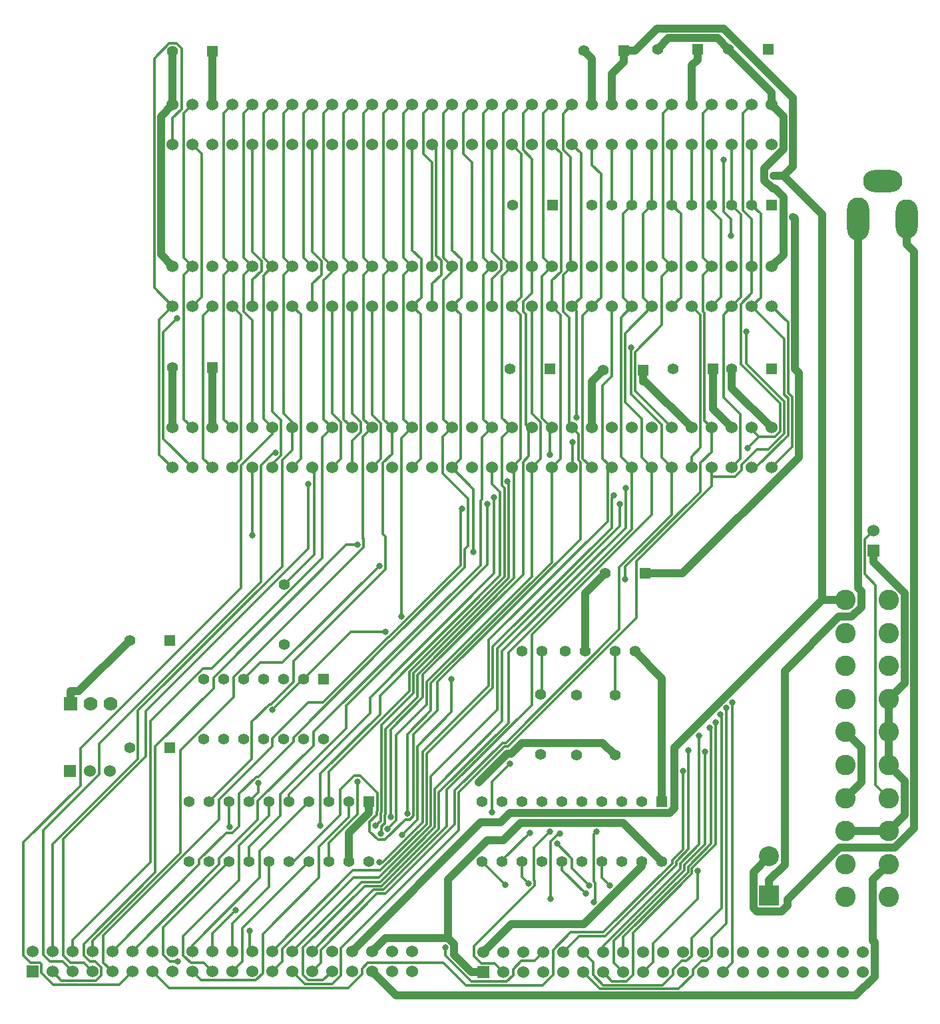
<source format=gbr>
%TF.GenerationSoftware,KiCad,Pcbnew,(5.1.6)-1*%
%TF.CreationDate,2021-01-22T10:12:17+00:00*%
%TF.ProjectId,PPCEXP,50504345-5850-42e6-9b69-6361645f7063,rev?*%
%TF.SameCoordinates,Original*%
%TF.FileFunction,Copper,L1,Top*%
%TF.FilePolarity,Positive*%
%FSLAX46Y46*%
G04 Gerber Fmt 4.6, Leading zero omitted, Abs format (unit mm)*
G04 Created by KiCad (PCBNEW (5.1.6)-1) date 2021-01-22 10:12:17*
%MOMM*%
%LPD*%
G01*
G04 APERTURE LIST*
%TA.AperFunction,ComponentPad*%
%ADD10C,1.397000*%
%TD*%
%TA.AperFunction,ComponentPad*%
%ADD11R,1.397000X1.397000*%
%TD*%
%TA.AperFunction,ComponentPad*%
%ADD12C,2.540000*%
%TD*%
%TA.AperFunction,ComponentPad*%
%ADD13R,2.540000X2.540000*%
%TD*%
%TA.AperFunction,ComponentPad*%
%ADD14O,5.001260X2.799080*%
%TD*%
%TA.AperFunction,ComponentPad*%
%ADD15O,2.799080X5.499100*%
%TD*%
%TA.AperFunction,ComponentPad*%
%ADD16O,2.799080X5.001260*%
%TD*%
%TA.AperFunction,ComponentPad*%
%ADD17R,1.778000X1.778000*%
%TD*%
%TA.AperFunction,ComponentPad*%
%ADD18C,1.778000*%
%TD*%
%TA.AperFunction,ComponentPad*%
%ADD19C,1.524000*%
%TD*%
%TA.AperFunction,ComponentPad*%
%ADD20R,1.524000X1.524000*%
%TD*%
%TA.AperFunction,ComponentPad*%
%ADD21C,2.600960*%
%TD*%
%TA.AperFunction,ViaPad*%
%ADD22C,0.800000*%
%TD*%
%TA.AperFunction,Conductor*%
%ADD23C,1.000000*%
%TD*%
%TA.AperFunction,Conductor*%
%ADD24C,0.300000*%
%TD*%
G04 APERTURE END LIST*
D10*
%TO.P,C13,2*%
%TO.N,GND*%
X190182000Y-100604000D03*
D11*
%TO.P,C13,1*%
%TO.N,-12V*%
X195262000Y-100604000D03*
%TD*%
D10*
%TO.P,C12,2*%
%TO.N,GND*%
X206312000Y-74676000D03*
D11*
%TO.P,C12,1*%
%TO.N,-12V*%
X211392000Y-74676000D03*
%TD*%
D10*
%TO.P,C10,2*%
%TO.N,GND*%
X205867000Y-33972500D03*
D11*
%TO.P,C10,1*%
%TO.N,-12V*%
X210947000Y-33972500D03*
%TD*%
D10*
%TO.P,C9,2*%
%TO.N,GND*%
X189928000Y-74803000D03*
D11*
%TO.P,C9,1*%
%TO.N,-5V*%
X195008000Y-74803000D03*
%TD*%
D10*
%TO.P,C8,2*%
%TO.N,GND*%
X129730000Y-122809000D03*
D11*
%TO.P,C8,1*%
%TO.N,-5V*%
X134810000Y-122809000D03*
%TD*%
D10*
%TO.P,C7,2*%
%TO.N,GND*%
X196850000Y-33972500D03*
D11*
%TO.P,C7,1*%
%TO.N,-5V*%
X201930000Y-33972500D03*
%TD*%
D10*
%TO.P,C11,2*%
%TO.N,GND*%
X129730000Y-109156000D03*
D11*
%TO.P,C11,1*%
%TO.N,5VSB*%
X134810000Y-109156000D03*
%TD*%
D10*
%TO.P,C6,2*%
%TO.N,GND*%
X198818000Y-74676000D03*
D11*
%TO.P,C6,1*%
%TO.N,5V*%
X203898000Y-74676000D03*
%TD*%
D10*
%TO.P,C5,2*%
%TO.N,GND*%
X187516000Y-34163000D03*
D11*
%TO.P,C5,1*%
%TO.N,12V*%
X192596000Y-34163000D03*
%TD*%
D10*
%TO.P,C4,2*%
%TO.N,GND*%
X135128000Y-74485500D03*
D11*
%TO.P,C4,1*%
%TO.N,5V*%
X140208000Y-74485500D03*
%TD*%
D10*
%TO.P,C3,2*%
%TO.N,GND*%
X178118000Y-74676000D03*
D11*
%TO.P,C3,1*%
%TO.N,12V*%
X183198000Y-74676000D03*
%TD*%
D10*
%TO.P,C2,2*%
%TO.N,GND*%
X135192000Y-34290000D03*
D11*
%TO.P,C2,1*%
%TO.N,5V*%
X140272000Y-34290000D03*
%TD*%
D10*
%TO.P,C1,2*%
%TO.N,GND*%
X178435000Y-53784500D03*
D11*
%TO.P,C1,1*%
%TO.N,12V*%
X183515000Y-53784500D03*
%TD*%
D12*
%TO.P,J7,2*%
%TO.N,GNDSupply*%
X211049000Y-136641640D03*
D13*
%TO.P,J7,1*%
%TO.N,12VSupply*%
X211049000Y-141640360D03*
%TD*%
D14*
%TO.P,J6,3*%
%TO.N,N/C*%
X225524260Y-50774600D03*
D15*
%TO.P,J6,1*%
%TO.N,12VSupply*%
X222323860Y-55575200D03*
D16*
%TO.P,J6,2*%
%TO.N,GNDSupply*%
X228524000Y-55575200D03*
%TD*%
D10*
%TO.P,U4,14*%
%TO.N,VCC*%
X154368000Y-121730000D03*
%TO.P,U4,13*%
%TO.N,N/C*%
X151828000Y-121730000D03*
%TO.P,U4,12*%
X149288000Y-121730000D03*
%TO.P,U4,11*%
X146748000Y-121730000D03*
%TO.P,U4,10*%
X144208000Y-121730000D03*
%TO.P,U4,9*%
X141668000Y-121730000D03*
%TO.P,U4,8*%
X139128000Y-121730000D03*
%TO.P,U4,7*%
%TO.N,GND*%
X139128000Y-114110000D03*
%TO.P,U4,6*%
%TO.N,Net-(R5-Pad2)*%
X141668000Y-114110000D03*
%TO.P,U4,5*%
%TO.N,Net-(D3-Pad2)*%
X144208000Y-114110000D03*
%TO.P,U4,4*%
%TO.N,5VSB*%
X146748000Y-114110000D03*
%TO.P,U4,3*%
%TO.N,Net-(R1-Pad1)*%
X149288000Y-114110000D03*
%TO.P,U4,2*%
%TO.N,Net-(R5-Pad2)*%
X151828000Y-114110000D03*
D11*
%TO.P,U4,1*%
%TO.N,5VSB*%
X154368000Y-114110000D03*
%TD*%
D17*
%TO.P,U3,1*%
%TO.N,GND*%
X122238000Y-117221000D03*
D18*
%TO.P,U3,3*%
%TO.N,-5V_7905*%
X127318000Y-117221000D03*
%TO.P,U3,2*%
%TO.N,-12V*%
X124778000Y-117221000D03*
%TD*%
D10*
%TO.P,R5,2*%
%TO.N,Net-(R5-Pad2)*%
X181978000Y-123647000D03*
%TO.P,R5,1*%
%TO.N,Net-(D3-Pad1)*%
X181978000Y-116027000D03*
%TD*%
%TO.P,R4,2*%
%TO.N,5VSB*%
X191440000Y-123774000D03*
%TO.P,R4,1*%
%TO.N,Net-(D2-Pad2)*%
X191440000Y-116154000D03*
%TD*%
%TO.P,R3,2*%
%TO.N,5V*%
X186550000Y-123711000D03*
%TO.P,R3,1*%
%TO.N,Net-(D1-Pad2)*%
X186550000Y-116091000D03*
%TD*%
%TO.P,R1,2*%
%TO.N,A07*%
X149352000Y-102044000D03*
%TO.P,R1,1*%
%TO.N,Net-(R1-Pad1)*%
X149352000Y-109664000D03*
%TD*%
D19*
%TO.P,JP2,2*%
%TO.N,PSON*%
X224307000Y-95224600D03*
D20*
%TO.P,JP2,1*%
%TO.N,GND*%
X224307000Y-97764600D03*
%TD*%
D19*
%TO.P,JP1,3*%
%TO.N,-5V_ATX*%
X127190000Y-125794000D03*
%TO.P,JP1,2*%
%TO.N,-5V*%
X124650000Y-125794000D03*
D20*
%TO.P,JP1,1*%
%TO.N,-5V_7905*%
X122110000Y-125794000D03*
%TD*%
D10*
%TO.P,D3,1*%
%TO.N,Net-(D3-Pad1)*%
X182105000Y-110566000D03*
%TO.P,D3,2*%
%TO.N,Net-(D3-Pad2)*%
X179565000Y-110566000D03*
%TD*%
%TO.P,D2,1*%
%TO.N,GND*%
X193980000Y-110566000D03*
%TO.P,D2,2*%
%TO.N,Net-(D2-Pad2)*%
X191440000Y-110566000D03*
%TD*%
%TO.P,D1,1*%
%TO.N,GND*%
X187630000Y-110566000D03*
%TO.P,D1,2*%
%TO.N,Net-(D1-Pad2)*%
X185090000Y-110566000D03*
%TD*%
%TO.P,RR1,10*%
%TO.N,AUX*%
X188532000Y-53784500D03*
%TO.P,RR1,9*%
%TO.N,DB0*%
X191072000Y-53784500D03*
%TO.P,RR1,8*%
%TO.N,DB1*%
X193612000Y-53784500D03*
%TO.P,RR1,7*%
%TO.N,DB2*%
X196152000Y-53784500D03*
%TO.P,RR1,6*%
%TO.N,DB3*%
X198692000Y-53784500D03*
%TO.P,RR1,5*%
%TO.N,DB4*%
X201232000Y-53784500D03*
%TO.P,RR1,4*%
%TO.N,DB5*%
X203772000Y-53784500D03*
%TO.P,RR1,3*%
%TO.N,DB6*%
X206312000Y-53784500D03*
%TO.P,RR1,2*%
%TO.N,DB7*%
X208852000Y-53784500D03*
D11*
%TO.P,RR1,1*%
%TO.N,5V*%
X211392000Y-53784500D03*
%TD*%
D21*
%TO.P,P1,1*%
%TO.N,Net-(P1-Pad1)*%
X220744180Y-141811140D03*
%TO.P,P1,2*%
%TO.N,Net-(P1-Pad2)*%
X220744180Y-137609980D03*
%TO.P,P1,3*%
%TO.N,GND*%
X220744180Y-133411360D03*
%TO.P,P1,4*%
%TO.N,5V*%
X220744180Y-129210200D03*
%TO.P,P1,20*%
X226245820Y-104010860D03*
%TO.P,P1,19*%
X226245820Y-108212020D03*
%TO.P,P1,18*%
%TO.N,-5V_ATX*%
X226245820Y-112410640D03*
%TO.P,P1,17*%
%TO.N,GND*%
X226245820Y-116611800D03*
%TO.P,P1,16*%
X226245820Y-120810420D03*
%TO.P,P1,15*%
X226245820Y-125011580D03*
%TO.P,P1,14*%
%TO.N,PSON*%
X226245820Y-129210200D03*
%TO.P,P1,13*%
%TO.N,GND*%
X226245820Y-133411360D03*
%TO.P,P1,12*%
%TO.N,-12V*%
X226245820Y-137609980D03*
%TO.P,P1,11*%
%TO.N,Net-(P1-Pad11)*%
X226245820Y-141811140D03*
%TO.P,P1,10*%
%TO.N,12V*%
X220744180Y-104010860D03*
%TO.P,P1,9*%
%TO.N,5VSB*%
X220744180Y-108212020D03*
%TO.P,P1,8*%
%TO.N,Net-(P1-Pad8)*%
X220744180Y-112410640D03*
%TO.P,P1,7*%
%TO.N,GND*%
X220744180Y-116611800D03*
%TO.P,P1,6*%
%TO.N,5V*%
X220744180Y-120810420D03*
%TO.P,P1,5*%
%TO.N,GND*%
X220744180Y-125011580D03*
%TD*%
D19*
%TO.P,J5,62*%
%TO.N,A00*%
X135192000Y-46101000D03*
%TO.P,J5,61*%
%TO.N,A01*%
X137732000Y-46101000D03*
%TO.P,J5,60*%
%TO.N,A02*%
X140272000Y-46101000D03*
%TO.P,J5,59*%
%TO.N,A03*%
X142812000Y-46101000D03*
%TO.P,J5,58*%
%TO.N,A04*%
X145352000Y-46101000D03*
%TO.P,J5,57*%
%TO.N,A05*%
X147892000Y-46101000D03*
%TO.P,J5,56*%
%TO.N,A06*%
X150432000Y-46101000D03*
%TO.P,J5,55*%
%TO.N,A07*%
X152972000Y-46101000D03*
%TO.P,J5,54*%
%TO.N,A08*%
X155512000Y-46101000D03*
%TO.P,J5,53*%
%TO.N,A09*%
X158052000Y-46101000D03*
%TO.P,J5,52*%
%TO.N,A10*%
X160592000Y-46101000D03*
%TO.P,J5,51*%
%TO.N,A11*%
X163132000Y-46101000D03*
%TO.P,J5,50*%
%TO.N,A12*%
X165672000Y-46101000D03*
%TO.P,J5,49*%
%TO.N,A13*%
X168212000Y-46101000D03*
%TO.P,J5,48*%
%TO.N,A14*%
X170752000Y-46101000D03*
%TO.P,J5,47*%
%TO.N,A15*%
X173292000Y-46101000D03*
%TO.P,J5,46*%
%TO.N,A16*%
X175832000Y-46101000D03*
%TO.P,J5,45*%
%TO.N,A17*%
X178372000Y-46101000D03*
%TO.P,J5,44*%
%TO.N,A18*%
X180912000Y-46101000D03*
%TO.P,J5,43*%
%TO.N,A19*%
X183452000Y-46101000D03*
%TO.P,J5,42*%
%TO.N,AEN*%
X185992000Y-46101000D03*
%TO.P,J5,41*%
%TO.N,IO*%
X188532000Y-46101000D03*
%TO.P,J5,40*%
%TO.N,DB0*%
X191072000Y-46101000D03*
%TO.P,J5,39*%
%TO.N,DB1*%
X193612000Y-46101000D03*
%TO.P,J5,38*%
%TO.N,DB2*%
X196152000Y-46101000D03*
%TO.P,J5,37*%
%TO.N,DB3*%
X198692000Y-46101000D03*
%TO.P,J5,36*%
%TO.N,DB4*%
X201232000Y-46101000D03*
%TO.P,J5,35*%
%TO.N,DB5*%
X203772000Y-46101000D03*
%TO.P,J5,34*%
%TO.N,DB6*%
X206312000Y-46101000D03*
%TO.P,J5,33*%
%TO.N,DB7*%
X208852000Y-46101000D03*
%TO.P,J5,32*%
%TO.N,IOCHCK*%
X211392000Y-46101000D03*
%TO.P,J5,31*%
%TO.N,GND*%
X135192000Y-41021000D03*
%TO.P,J5,30*%
%TO.N,OSC*%
X137732000Y-41021000D03*
%TO.P,J5,29*%
%TO.N,5V*%
X140272000Y-41021000D03*
%TO.P,J5,28*%
%TO.N,ALE*%
X142812000Y-41021000D03*
%TO.P,J5,27*%
%TO.N,TC*%
X145352000Y-41021000D03*
%TO.P,J5,26*%
%TO.N,DACK2*%
X147892000Y-41021000D03*
%TO.P,J5,25*%
%TO.N,IRQ3*%
X150432000Y-41021000D03*
%TO.P,J5,24*%
%TO.N,IRQ4*%
X152972000Y-41021000D03*
%TO.P,J5,23*%
%TO.N,IRQ5*%
X155512000Y-41021000D03*
%TO.P,J5,22*%
%TO.N,IRQ6*%
X158052000Y-41021000D03*
%TO.P,J5,21*%
%TO.N,IRQ7*%
X160592000Y-41021000D03*
%TO.P,J5,20*%
%TO.N,CLK*%
X163132000Y-41021000D03*
%TO.P,J5,19*%
%TO.N,DACK0*%
X165672000Y-41021000D03*
%TO.P,J5,18*%
%TO.N,DRQ1*%
X168212000Y-41021000D03*
%TO.P,J5,17*%
%TO.N,DACK1*%
X170752000Y-41021000D03*
%TO.P,J5,16*%
%TO.N,DRQ3*%
X173292000Y-41021000D03*
%TO.P,J5,15*%
%TO.N,DACK3*%
X175832000Y-41021000D03*
%TO.P,J5,14*%
%TO.N,IOR*%
X178372000Y-41021000D03*
%TO.P,J5,13*%
%TO.N,IOW*%
X180912000Y-41021000D03*
%TO.P,J5,12*%
%TO.N,SMEMR*%
X183452000Y-41021000D03*
%TO.P,J5,11*%
%TO.N,SMEMW*%
X185992000Y-41021000D03*
%TO.P,J5,10*%
%TO.N,GND*%
X188532000Y-41021000D03*
%TO.P,J5,9*%
%TO.N,12V*%
X191072000Y-41021000D03*
%TO.P,J5,8*%
%TO.N,Net-(J5-Pad8)*%
X193612000Y-41021000D03*
%TO.P,J5,7*%
%TO.N,-12V*%
X196152000Y-41021000D03*
%TO.P,J5,6*%
%TO.N,DRQ2*%
X198692000Y-41021000D03*
%TO.P,J5,5*%
%TO.N,-5V*%
X201232000Y-41021000D03*
%TO.P,J5,4*%
%TO.N,IRQ2*%
X203772000Y-41021000D03*
%TO.P,J5,3*%
%TO.N,5V*%
X206312000Y-41021000D03*
%TO.P,J5,2*%
%TO.N,RESET*%
X208852000Y-41021000D03*
%TO.P,J5,1*%
%TO.N,GND*%
X211392000Y-41021000D03*
%TD*%
%TO.P,J4,62*%
%TO.N,A00*%
X135192000Y-66675000D03*
%TO.P,J4,61*%
%TO.N,A01*%
X137732000Y-66675000D03*
%TO.P,J4,60*%
%TO.N,A02*%
X140272000Y-66675000D03*
%TO.P,J4,59*%
%TO.N,A03*%
X142812000Y-66675000D03*
%TO.P,J4,58*%
%TO.N,A04*%
X145352000Y-66675000D03*
%TO.P,J4,57*%
%TO.N,A05*%
X147892000Y-66675000D03*
%TO.P,J4,56*%
%TO.N,A06*%
X150432000Y-66675000D03*
%TO.P,J4,55*%
%TO.N,A07*%
X152972000Y-66675000D03*
%TO.P,J4,54*%
%TO.N,A08*%
X155512000Y-66675000D03*
%TO.P,J4,53*%
%TO.N,A09*%
X158052000Y-66675000D03*
%TO.P,J4,52*%
%TO.N,A10*%
X160592000Y-66675000D03*
%TO.P,J4,51*%
%TO.N,A11*%
X163132000Y-66675000D03*
%TO.P,J4,50*%
%TO.N,A12*%
X165672000Y-66675000D03*
%TO.P,J4,49*%
%TO.N,A13*%
X168212000Y-66675000D03*
%TO.P,J4,48*%
%TO.N,A14*%
X170752000Y-66675000D03*
%TO.P,J4,47*%
%TO.N,A15*%
X173292000Y-66675000D03*
%TO.P,J4,46*%
%TO.N,A16*%
X175832000Y-66675000D03*
%TO.P,J4,45*%
%TO.N,A17*%
X178372000Y-66675000D03*
%TO.P,J4,44*%
%TO.N,A18*%
X180912000Y-66675000D03*
%TO.P,J4,43*%
%TO.N,A19*%
X183452000Y-66675000D03*
%TO.P,J4,42*%
%TO.N,AEN*%
X185992000Y-66675000D03*
%TO.P,J4,41*%
%TO.N,IO*%
X188532000Y-66675000D03*
%TO.P,J4,40*%
%TO.N,DB0*%
X191072000Y-66675000D03*
%TO.P,J4,39*%
%TO.N,DB1*%
X193612000Y-66675000D03*
%TO.P,J4,38*%
%TO.N,DB2*%
X196152000Y-66675000D03*
%TO.P,J4,37*%
%TO.N,DB3*%
X198692000Y-66675000D03*
%TO.P,J4,36*%
%TO.N,DB4*%
X201232000Y-66675000D03*
%TO.P,J4,35*%
%TO.N,DB5*%
X203772000Y-66675000D03*
%TO.P,J4,34*%
%TO.N,DB6*%
X206312000Y-66675000D03*
%TO.P,J4,33*%
%TO.N,DB7*%
X208852000Y-66675000D03*
%TO.P,J4,32*%
%TO.N,IOCHCK*%
X211392000Y-66675000D03*
%TO.P,J4,31*%
%TO.N,GND*%
X135192000Y-61595000D03*
%TO.P,J4,30*%
%TO.N,OSC*%
X137732000Y-61595000D03*
%TO.P,J4,29*%
%TO.N,5V*%
X140272000Y-61595000D03*
%TO.P,J4,28*%
%TO.N,ALE*%
X142812000Y-61595000D03*
%TO.P,J4,27*%
%TO.N,TC*%
X145352000Y-61595000D03*
%TO.P,J4,26*%
%TO.N,DACK2*%
X147892000Y-61595000D03*
%TO.P,J4,25*%
%TO.N,IRQ3*%
X150432000Y-61595000D03*
%TO.P,J4,24*%
%TO.N,IRQ4*%
X152972000Y-61595000D03*
%TO.P,J4,23*%
%TO.N,IRQ5*%
X155512000Y-61595000D03*
%TO.P,J4,22*%
%TO.N,IRQ6*%
X158052000Y-61595000D03*
%TO.P,J4,21*%
%TO.N,IRQ7*%
X160592000Y-61595000D03*
%TO.P,J4,20*%
%TO.N,CLK*%
X163132000Y-61595000D03*
%TO.P,J4,19*%
%TO.N,DACK0*%
X165672000Y-61595000D03*
%TO.P,J4,18*%
%TO.N,DRQ1*%
X168212000Y-61595000D03*
%TO.P,J4,17*%
%TO.N,DACK1*%
X170752000Y-61595000D03*
%TO.P,J4,16*%
%TO.N,DRQ3*%
X173292000Y-61595000D03*
%TO.P,J4,15*%
%TO.N,DACK3*%
X175832000Y-61595000D03*
%TO.P,J4,14*%
%TO.N,IOR*%
X178372000Y-61595000D03*
%TO.P,J4,13*%
%TO.N,IOW*%
X180912000Y-61595000D03*
%TO.P,J4,12*%
%TO.N,SMEMR*%
X183452000Y-61595000D03*
%TO.P,J4,11*%
%TO.N,SMEMW*%
X185992000Y-61595000D03*
%TO.P,J4,10*%
%TO.N,GND*%
X188532000Y-61595000D03*
%TO.P,J4,9*%
%TO.N,12V*%
X191072000Y-61595000D03*
%TO.P,J4,8*%
%TO.N,Net-(J4-Pad8)*%
X193612000Y-61595000D03*
%TO.P,J4,7*%
%TO.N,-12V*%
X196152000Y-61595000D03*
%TO.P,J4,6*%
%TO.N,DRQ2*%
X198692000Y-61595000D03*
%TO.P,J4,5*%
%TO.N,-5V*%
X201232000Y-61595000D03*
%TO.P,J4,4*%
%TO.N,IRQ2*%
X203772000Y-61595000D03*
%TO.P,J4,3*%
%TO.N,5V*%
X206312000Y-61595000D03*
%TO.P,J4,2*%
%TO.N,RESET*%
X208852000Y-61595000D03*
%TO.P,J4,1*%
%TO.N,GND*%
X211392000Y-61595000D03*
%TD*%
D10*
%TO.P,U2,20*%
%TO.N,5V*%
X197422000Y-137287000D03*
%TO.P,U2,19*%
%TO.N,GND*%
X194882000Y-137287000D03*
%TO.P,U2,18*%
%TO.N,A07*%
X192342000Y-137287000D03*
%TO.P,U2,17*%
%TO.N,A03b*%
X189802000Y-137287000D03*
%TO.P,U2,16*%
%TO.N,A06*%
X187262000Y-137287000D03*
%TO.P,U2,15*%
%TO.N,A02b*%
X184722000Y-137287000D03*
%TO.P,U2,14*%
%TO.N,A05*%
X182182000Y-137287000D03*
%TO.P,U2,13*%
%TO.N,A01b*%
X179642000Y-137287000D03*
%TO.P,U2,12*%
%TO.N,A04*%
X177102000Y-137287000D03*
%TO.P,U2,11*%
%TO.N,A00b*%
X174562000Y-137287000D03*
%TO.P,U2,10*%
%TO.N,GND*%
X174562000Y-129667000D03*
%TO.P,U2,9*%
%TO.N,A00*%
X177102000Y-129667000D03*
%TO.P,U2,8*%
%TO.N,A04b*%
X179642000Y-129667000D03*
%TO.P,U2,7*%
%TO.N,A01*%
X182182000Y-129667000D03*
%TO.P,U2,6*%
%TO.N,A05b*%
X184722000Y-129667000D03*
%TO.P,U2,5*%
%TO.N,A02*%
X187262000Y-129667000D03*
%TO.P,U2,4*%
%TO.N,A06b*%
X189802000Y-129667000D03*
%TO.P,U2,3*%
%TO.N,A03*%
X192342000Y-129667000D03*
%TO.P,U2,2*%
%TO.N,A07b*%
X194882000Y-129667000D03*
D11*
%TO.P,U2,1*%
%TO.N,GND*%
X197422000Y-129667000D03*
%TD*%
D10*
%TO.P,U1,20*%
%TO.N,5V*%
X160147000Y-137287000D03*
%TO.P,U1,19*%
%TO.N,GND*%
X157607000Y-137287000D03*
%TO.P,U1,18*%
%TO.N,OSC*%
X155067000Y-137287000D03*
%TO.P,U1,17*%
%TO.N,IORb*%
X152527000Y-137287000D03*
%TO.P,U1,16*%
%TO.N,SMEMW*%
X149987000Y-137287000D03*
%TO.P,U1,15*%
%TO.N,RESETb*%
X147447000Y-137287000D03*
%TO.P,U1,14*%
%TO.N,SMEMR*%
X144907000Y-137287000D03*
%TO.P,U1,13*%
%TO.N,ALEb*%
X142367000Y-137287000D03*
%TO.P,U1,12*%
%TO.N,IOW*%
X139827000Y-137287000D03*
%TO.P,U1,11*%
%TO.N,CK4b*%
X137287000Y-137287000D03*
%TO.P,U1,10*%
%TO.N,GND*%
X137287000Y-129667000D03*
%TO.P,U1,9*%
%TO.N,CLK*%
X139827000Y-129667000D03*
%TO.P,U1,8*%
%TO.N,IOWb*%
X142367000Y-129667000D03*
%TO.P,U1,7*%
%TO.N,ALE*%
X144907000Y-129667000D03*
%TO.P,U1,6*%
%TO.N,MEMRb*%
X147447000Y-129667000D03*
%TO.P,U1,5*%
%TO.N,RESET*%
X149987000Y-129667000D03*
%TO.P,U1,4*%
%TO.N,MEMWb*%
X152527000Y-129667000D03*
%TO.P,U1,3*%
%TO.N,IOR*%
X155067000Y-129667000D03*
%TO.P,U1,2*%
%TO.N,OSCb*%
X157607000Y-129667000D03*
D11*
%TO.P,U1,1*%
%TO.N,GND*%
X160147000Y-129667000D03*
%TD*%
D19*
%TO.P,J3,62*%
%TO.N,A00*%
X135128000Y-87185500D03*
%TO.P,J3,61*%
%TO.N,A01*%
X137668000Y-87185500D03*
%TO.P,J3,60*%
%TO.N,A02*%
X140208000Y-87185500D03*
%TO.P,J3,59*%
%TO.N,A03*%
X142748000Y-87185500D03*
%TO.P,J3,58*%
%TO.N,A04*%
X145288000Y-87185500D03*
%TO.P,J3,57*%
%TO.N,A05*%
X147828000Y-87185500D03*
%TO.P,J3,56*%
%TO.N,A06*%
X150368000Y-87185500D03*
%TO.P,J3,55*%
%TO.N,A07*%
X152908000Y-87185500D03*
%TO.P,J3,54*%
%TO.N,A08*%
X155448000Y-87185500D03*
%TO.P,J3,53*%
%TO.N,A09*%
X157988000Y-87185500D03*
%TO.P,J3,52*%
%TO.N,A10*%
X160528000Y-87185500D03*
%TO.P,J3,51*%
%TO.N,A11*%
X163068000Y-87185500D03*
%TO.P,J3,50*%
%TO.N,A12*%
X165608000Y-87185500D03*
%TO.P,J3,49*%
%TO.N,A13*%
X168148000Y-87185500D03*
%TO.P,J3,48*%
%TO.N,A14*%
X170688000Y-87185500D03*
%TO.P,J3,47*%
%TO.N,A15*%
X173228000Y-87185500D03*
%TO.P,J3,46*%
%TO.N,A16*%
X175768000Y-87185500D03*
%TO.P,J3,45*%
%TO.N,A17*%
X178308000Y-87185500D03*
%TO.P,J3,44*%
%TO.N,A18*%
X180848000Y-87185500D03*
%TO.P,J3,43*%
%TO.N,A19*%
X183388000Y-87185500D03*
%TO.P,J3,42*%
%TO.N,AEN*%
X185928000Y-87185500D03*
%TO.P,J3,41*%
%TO.N,IO*%
X188468000Y-87185500D03*
%TO.P,J3,40*%
%TO.N,DB0*%
X191008000Y-87185500D03*
%TO.P,J3,39*%
%TO.N,DB1*%
X193548000Y-87185500D03*
%TO.P,J3,38*%
%TO.N,DB2*%
X196088000Y-87185500D03*
%TO.P,J3,37*%
%TO.N,DB3*%
X198628000Y-87185500D03*
%TO.P,J3,36*%
%TO.N,DB4*%
X201168000Y-87185500D03*
%TO.P,J3,35*%
%TO.N,DB5*%
X203708000Y-87185500D03*
%TO.P,J3,34*%
%TO.N,DB6*%
X206248000Y-87185500D03*
%TO.P,J3,33*%
%TO.N,DB7*%
X208788000Y-87185500D03*
%TO.P,J3,32*%
%TO.N,IOCHCK*%
X211328000Y-87185500D03*
%TO.P,J3,31*%
%TO.N,GND*%
X135128000Y-82105500D03*
%TO.P,J3,30*%
%TO.N,OSC*%
X137668000Y-82105500D03*
%TO.P,J3,29*%
%TO.N,5V*%
X140208000Y-82105500D03*
%TO.P,J3,28*%
%TO.N,ALE*%
X142748000Y-82105500D03*
%TO.P,J3,27*%
%TO.N,TC*%
X145288000Y-82105500D03*
%TO.P,J3,26*%
%TO.N,DACK2*%
X147828000Y-82105500D03*
%TO.P,J3,25*%
%TO.N,IRQ3*%
X150368000Y-82105500D03*
%TO.P,J3,24*%
%TO.N,IRQ4*%
X152908000Y-82105500D03*
%TO.P,J3,23*%
%TO.N,IRQ5*%
X155448000Y-82105500D03*
%TO.P,J3,22*%
%TO.N,IRQ6*%
X157988000Y-82105500D03*
%TO.P,J3,21*%
%TO.N,IRQ7*%
X160528000Y-82105500D03*
%TO.P,J3,20*%
%TO.N,CLK*%
X163068000Y-82105500D03*
%TO.P,J3,19*%
%TO.N,DACK0*%
X165608000Y-82105500D03*
%TO.P,J3,18*%
%TO.N,DRQ1*%
X168148000Y-82105500D03*
%TO.P,J3,17*%
%TO.N,DACK1*%
X170688000Y-82105500D03*
%TO.P,J3,16*%
%TO.N,DRQ3*%
X173228000Y-82105500D03*
%TO.P,J3,15*%
%TO.N,DACK3*%
X175768000Y-82105500D03*
%TO.P,J3,14*%
%TO.N,IOR*%
X178308000Y-82105500D03*
%TO.P,J3,13*%
%TO.N,IOW*%
X180848000Y-82105500D03*
%TO.P,J3,12*%
%TO.N,SMEMR*%
X183388000Y-82105500D03*
%TO.P,J3,11*%
%TO.N,SMEMW*%
X185928000Y-82105500D03*
%TO.P,J3,10*%
%TO.N,GND*%
X188468000Y-82105500D03*
%TO.P,J3,9*%
%TO.N,12V*%
X191008000Y-82105500D03*
%TO.P,J3,8*%
%TO.N,Net-(J3-Pad8)*%
X193548000Y-82105500D03*
%TO.P,J3,7*%
%TO.N,-12V*%
X196088000Y-82105500D03*
%TO.P,J3,6*%
%TO.N,DRQ2*%
X198628000Y-82105500D03*
%TO.P,J3,5*%
%TO.N,-5V*%
X201168000Y-82105500D03*
%TO.P,J3,4*%
%TO.N,IRQ2*%
X203708000Y-82105500D03*
%TO.P,J3,3*%
%TO.N,5V*%
X206248000Y-82105500D03*
%TO.P,J3,2*%
%TO.N,RESET*%
X208788000Y-82105500D03*
%TO.P,J3,1*%
%TO.N,GND*%
X211328000Y-82105500D03*
%TD*%
%TO.P,J2,40*%
%TO.N,Net-(J2-Pad40)*%
X222936000Y-148819000D03*
%TO.P,J2,39*%
%TO.N,Net-(J2-Pad39)*%
X222936000Y-151359000D03*
%TO.P,J2,38*%
%TO.N,Net-(J2-Pad38)*%
X220396000Y-148819000D03*
%TO.P,J2,37*%
%TO.N,Net-(J2-Pad37)*%
X220396000Y-151359000D03*
%TO.P,J2,36*%
%TO.N,Net-(J2-Pad36)*%
X217856000Y-148819000D03*
%TO.P,J2,35*%
%TO.N,Net-(J2-Pad35)*%
X217856000Y-151359000D03*
%TO.P,J2,34*%
%TO.N,Net-(J2-Pad34)*%
X215316000Y-148819000D03*
%TO.P,J2,33*%
%TO.N,Net-(J2-Pad33)*%
X215316000Y-151359000D03*
%TO.P,J2,32*%
%TO.N,Net-(J2-Pad32)*%
X212776000Y-148819000D03*
%TO.P,J2,31*%
%TO.N,Net-(J2-Pad31)*%
X212776000Y-151359000D03*
%TO.P,J2,29*%
%TO.N,Net-(J2-Pad29)*%
X210236000Y-151359000D03*
%TO.P,J2,30*%
%TO.N,Net-(J2-Pad30)*%
X210236000Y-148819000D03*
%TO.P,J2,27*%
%TO.N,Net-(J2-Pad27)*%
X207696000Y-151359000D03*
%TO.P,J2,28*%
%TO.N,Net-(J2-Pad28)*%
X207696000Y-148819000D03*
%TO.P,J2,26*%
%TO.N,Net-(J2-Pad26)*%
X205156000Y-148819000D03*
%TO.P,J2,25*%
%TO.N,AEN*%
X205156000Y-151359000D03*
%TO.P,J2,24*%
%TO.N,A00b*%
X202616000Y-148819000D03*
%TO.P,J2,23*%
%TO.N,A01b*%
X202616000Y-151359000D03*
%TO.P,J2,22*%
%TO.N,A02b*%
X200076000Y-148819000D03*
%TO.P,J2,21*%
%TO.N,A03b*%
X200076000Y-151359000D03*
%TO.P,J2,20*%
%TO.N,A04b*%
X197536000Y-148819000D03*
%TO.P,J2,19*%
%TO.N,A05b*%
X197536000Y-151359000D03*
%TO.P,J2,18*%
%TO.N,A06b*%
X194996000Y-148819000D03*
%TO.P,J2,17*%
%TO.N,A07b*%
X194996000Y-151359000D03*
%TO.P,J2,16*%
%TO.N,A08*%
X192456000Y-148819000D03*
%TO.P,J2,15*%
%TO.N,A09*%
X192456000Y-151359000D03*
%TO.P,J2,14*%
%TO.N,A10*%
X189916000Y-148819000D03*
%TO.P,J2,13*%
%TO.N,A11*%
X189916000Y-151359000D03*
%TO.P,J2,12*%
%TO.N,A12*%
X187376000Y-148819000D03*
%TO.P,J2,11*%
%TO.N,A13*%
X187376000Y-151359000D03*
%TO.P,J2,10*%
%TO.N,A14*%
X184836000Y-148819000D03*
%TO.P,J2,9*%
%TO.N,A15*%
X184836000Y-151359000D03*
%TO.P,J2,8*%
%TO.N,A16*%
X182296000Y-148819000D03*
%TO.P,J2,7*%
%TO.N,A17*%
X182296000Y-151359000D03*
%TO.P,J2,6*%
%TO.N,A18*%
X179756000Y-148819000D03*
%TO.P,J2,5*%
%TO.N,A19*%
X179756000Y-151359000D03*
%TO.P,J2,4*%
%TO.N,DACK0*%
X177216000Y-148819000D03*
%TO.P,J2,3*%
%TO.N,TC*%
X177216000Y-151359000D03*
%TO.P,J2,2*%
%TO.N,GND*%
X174676000Y-148819000D03*
D20*
%TO.P,J2,1*%
%TO.N,5V*%
X174676000Y-151359000D03*
%TD*%
D19*
%TO.P,J1,40*%
%TO.N,Net-(J1-Pad40)*%
X165608000Y-148717000D03*
%TO.P,J1,39*%
%TO.N,Net-(J1-Pad39)*%
X165608000Y-151257000D03*
%TO.P,J1,38*%
%TO.N,Net-(J1-Pad38)*%
X163068000Y-148717000D03*
%TO.P,J1,37*%
%TO.N,GND*%
X163068000Y-151257000D03*
%TO.P,J1,36*%
%TO.N,5V*%
X160528000Y-148717000D03*
%TO.P,J1,35*%
%TO.N,-12V*%
X160528000Y-151257000D03*
%TO.P,J1,34*%
%TO.N,12V*%
X157988000Y-148717000D03*
%TO.P,J1,33*%
%TO.N,-5V*%
X157988000Y-151257000D03*
%TO.P,J1,32*%
%TO.N,DB0*%
X155448000Y-148717000D03*
%TO.P,J1,31*%
%TO.N,DB1*%
X155448000Y-151257000D03*
%TO.P,J1,29*%
%TO.N,DB3*%
X152908000Y-151257000D03*
%TO.P,J1,30*%
%TO.N,DB2*%
X152908000Y-148717000D03*
%TO.P,J1,27*%
%TO.N,DB5*%
X150368000Y-151257000D03*
%TO.P,J1,28*%
%TO.N,DB4*%
X150368000Y-148717000D03*
%TO.P,J1,26*%
%TO.N,DB6*%
X147828000Y-148717000D03*
%TO.P,J1,25*%
%TO.N,DB7*%
X147828000Y-151257000D03*
%TO.P,J1,24*%
%TO.N,CK4b*%
X145288000Y-148717000D03*
%TO.P,J1,23*%
%TO.N,ALEb*%
X145288000Y-151257000D03*
%TO.P,J1,22*%
%TO.N,RESETb*%
X142748000Y-148717000D03*
%TO.P,J1,21*%
%TO.N,IORb*%
X142748000Y-151257000D03*
%TO.P,J1,20*%
%TO.N,IOWb*%
X140208000Y-148717000D03*
%TO.P,J1,19*%
%TO.N,MEMRb*%
X140208000Y-151257000D03*
%TO.P,J1,18*%
%TO.N,MEMWb*%
X137668000Y-148717000D03*
%TO.P,J1,17*%
%TO.N,OSCb*%
X137668000Y-151257000D03*
%TO.P,J1,16*%
%TO.N,DREQ3*%
X135128000Y-148717000D03*
%TO.P,J1,15*%
%TO.N,DREQ2*%
X135128000Y-151257000D03*
%TO.P,J1,14*%
%TO.N,DREQ1*%
X132588000Y-148717000D03*
%TO.P,J1,13*%
%TO.N,IOCHCK*%
X132588000Y-151257000D03*
%TO.P,J1,12*%
%TO.N,DACK3*%
X130048000Y-148717000D03*
%TO.P,J1,11*%
%TO.N,DACK2*%
X130048000Y-151257000D03*
%TO.P,J1,10*%
%TO.N,DACK1*%
X127508000Y-148717000D03*
%TO.P,J1,9*%
%TO.N,IO*%
X127508000Y-151257000D03*
%TO.P,J1,8*%
%TO.N,IRQ7*%
X124968000Y-148717000D03*
%TO.P,J1,7*%
%TO.N,IRQ6*%
X124968000Y-151257000D03*
%TO.P,J1,6*%
%TO.N,IRQ5*%
X122428000Y-148717000D03*
%TO.P,J1,5*%
%TO.N,IRQ4*%
X122428000Y-151257000D03*
%TO.P,J1,4*%
%TO.N,IRQ3*%
X119888000Y-148717000D03*
%TO.P,J1,3*%
%TO.N,IRQ2*%
X119888000Y-151257000D03*
%TO.P,J1,2*%
%TO.N,12V*%
X117348000Y-148717000D03*
D20*
%TO.P,J1,1*%
%TO.N,-20V*%
X117348000Y-151257000D03*
%TD*%
D22*
%TO.N,12V*%
X211649300Y-50120400D03*
%TO.N,DB0*%
X161527600Y-137385100D03*
%TO.N,DB4*%
X192774500Y-89778500D03*
%TO.N,DB6*%
X191283200Y-90739400D03*
%TO.N,CK4b*%
X144997000Y-146114000D03*
%TO.N,IOWb*%
X142473200Y-132893300D03*
X143194300Y-143467800D03*
%TO.N,GND*%
X210652700Y-48913200D03*
%TO.N,-12V*%
X214104100Y-55304600D03*
X214313300Y-74676000D03*
%TO.N,DB3*%
X193452600Y-71914400D03*
%TO.N,DB5*%
X208181000Y-69857000D03*
%TO.N,DB7*%
X192024100Y-91792100D03*
%TO.N,ALEb*%
X135830700Y-150003200D03*
%TO.N,IOCHCK*%
X206201900Y-57677300D03*
X205238600Y-48047600D03*
X200060300Y-125738000D03*
%TO.N,IO*%
X172019100Y-92384900D03*
%TO.N,IRQ6*%
X152415000Y-89306400D03*
%TO.N,IRQ4*%
X148243400Y-85302300D03*
%TO.N,IRQ2*%
X192755100Y-101389300D03*
X158683500Y-97008500D03*
%TO.N,A00b*%
X177526200Y-140251200D03*
%TO.N,A02b*%
X187713500Y-141375700D03*
%TO.N,A06b*%
X189101700Y-133484000D03*
X188738500Y-142442200D03*
%TO.N,A04b*%
X184053400Y-135005300D03*
X188182100Y-140344700D03*
%TO.N,A10*%
X202147500Y-121247600D03*
%TO.N,A08*%
X203492900Y-120286200D03*
%TO.N,A12*%
X204828400Y-118579800D03*
%TO.N,A14*%
X173435200Y-97914500D03*
X200814800Y-123156700D03*
%TO.N,A16*%
X153978000Y-132717200D03*
X169877100Y-148210100D03*
%TO.N,A18*%
X162507600Y-133142400D03*
%TO.N,DACK0*%
X164251100Y-106111000D03*
X170618700Y-114079900D03*
X164365400Y-133885700D03*
%TO.N,AEN*%
X186576900Y-80800200D03*
X186034700Y-83917100D03*
X206359600Y-117018800D03*
%TO.N,A01b*%
X180477200Y-140060400D03*
%TO.N,A03b*%
X190767500Y-140314000D03*
%TO.N,A05b*%
X184417000Y-133725000D03*
X183253600Y-142004900D03*
%TO.N,A07b*%
X201982000Y-138442400D03*
%TO.N,A09*%
X202897800Y-123308000D03*
%TO.N,A11*%
X204240800Y-119619500D03*
%TO.N,A13*%
X205609300Y-117764100D03*
%TO.N,A15*%
X177782000Y-88935400D03*
X161006900Y-132718700D03*
%TO.N,A17*%
X161670800Y-133737400D03*
%TO.N,A19*%
X165029600Y-131168700D03*
%TO.N,TC*%
X183173900Y-133439300D03*
%TO.N,A01*%
X135767300Y-68167100D03*
%TO.N,A04*%
X180596000Y-133643500D03*
X145333700Y-95785300D03*
%TO.N,A05*%
X175773600Y-130981600D03*
X178092800Y-124838600D03*
%TO.N,OSC*%
X158677600Y-127152200D03*
%TO.N,ALE*%
X146106100Y-127279900D03*
%TO.N,IOW*%
X162885100Y-131641700D03*
%TO.N,SMEMR*%
X175197100Y-91832800D03*
X183184500Y-85582400D03*
%TO.N,RESET*%
X176061800Y-90950400D03*
X208305600Y-84698200D03*
%TO.N,5VSB*%
X174079300Y-127193600D03*
%TO.N,Net-(D3-Pad2)*%
X161462100Y-99685300D03*
%TO.N,Net-(R5-Pad2)*%
X162208000Y-108092100D03*
X147836000Y-118023300D03*
%TD*%
D23*
%TO.N,5V*%
X197422000Y-137287000D02*
X192474000Y-132339000D01*
X192474000Y-132339000D02*
X179437200Y-132339000D01*
X179437200Y-132339000D02*
X177202900Y-134573300D01*
X177202900Y-134573300D02*
X175237800Y-134573300D01*
X175237800Y-134573300D02*
X170231900Y-139579200D01*
X170231900Y-139579200D02*
X170231900Y-147004000D01*
X173213700Y-151359000D02*
X170977400Y-149122700D01*
X170977400Y-149122700D02*
X170977400Y-147749500D01*
X170977400Y-147749500D02*
X170231900Y-147004000D01*
X170231900Y-147004000D02*
X162241000Y-147004000D01*
X162241000Y-147004000D02*
X160528000Y-148717000D01*
X220744200Y-129210200D02*
X222779200Y-127175200D01*
X222779200Y-127175200D02*
X222779200Y-122845400D01*
X222779200Y-122845400D02*
X220744200Y-120810400D01*
X140272000Y-41021000D02*
X140272000Y-34290000D01*
X140208000Y-82105500D02*
X140208000Y-74485500D01*
X206248000Y-82105500D02*
X203898000Y-79755500D01*
X203898000Y-79755500D02*
X203898000Y-74676000D01*
X174676000Y-151359000D02*
X173213700Y-151359000D01*
%TO.N,12V*%
X157988000Y-148717000D02*
X174398600Y-132306400D01*
X174398600Y-132306400D02*
X176923700Y-132306400D01*
X176923700Y-132306400D02*
X178105800Y-131124300D01*
X178105800Y-131124300D02*
X198373100Y-131124300D01*
X198373100Y-131124300D02*
X198955800Y-130541600D01*
X198955800Y-130541600D02*
X198955800Y-122852300D01*
X198955800Y-122852300D02*
X217797200Y-104010900D01*
X212902900Y-50120400D02*
X214103200Y-48920100D01*
X214103200Y-48920100D02*
X214103200Y-40202600D01*
X214103200Y-40202600D02*
X205246300Y-31345700D01*
X205246300Y-31345700D02*
X196812100Y-31345700D01*
X196812100Y-31345700D02*
X193994800Y-34163000D01*
X212902900Y-50120400D02*
X211649300Y-50120400D01*
X217797200Y-104010900D02*
X217797200Y-55014700D01*
X217797200Y-55014700D02*
X212902900Y-50120400D01*
X220744200Y-104010900D02*
X217797200Y-104010900D01*
X192596000Y-34163000D02*
X193994800Y-34163000D01*
X192596000Y-34163000D02*
X192596000Y-35561800D01*
X191072000Y-41021000D02*
X191072000Y-37085800D01*
X191072000Y-37085800D02*
X192596000Y-35561800D01*
D24*
%TO.N,DB0*%
X191072000Y-53784500D02*
X191072000Y-46101000D01*
X161527600Y-137385100D02*
X161527600Y-137385000D01*
X161527600Y-137385000D02*
X161927200Y-137385000D01*
X161927200Y-137385000D02*
X167008900Y-132303300D01*
X167008900Y-132303300D02*
X167008900Y-123342800D01*
X167008900Y-123342800D02*
X175394000Y-114957700D01*
X175394000Y-114957700D02*
X175394000Y-109117200D01*
X175394000Y-109117200D02*
X190507700Y-94003500D01*
X190507700Y-94003500D02*
X190507700Y-87685800D01*
X190507700Y-87685800D02*
X191008000Y-87185500D01*
X191008000Y-87185500D02*
X189861600Y-86039100D01*
X189861600Y-86039100D02*
X189861600Y-76789800D01*
X189861600Y-76789800D02*
X191072000Y-75579400D01*
X191072000Y-75579400D02*
X191072000Y-66675000D01*
%TO.N,DB2*%
X152908000Y-148717000D02*
X160743100Y-140881900D01*
X160743100Y-140881900D02*
X161967800Y-140881900D01*
X161967800Y-140881900D02*
X170071100Y-132778600D01*
X170071100Y-132778600D02*
X170071100Y-128156400D01*
X170071100Y-128156400D02*
X180835000Y-117392500D01*
X180835000Y-117392500D02*
X180835000Y-108446100D01*
X180835000Y-108446100D02*
X196088000Y-93193100D01*
X196088000Y-93193100D02*
X196088000Y-87185500D01*
X196088000Y-87185500D02*
X194818000Y-85915500D01*
X194818000Y-85915500D02*
X194818000Y-80953600D01*
X194818000Y-80953600D02*
X192693500Y-78829100D01*
X192693500Y-78829100D02*
X192693500Y-70133500D01*
X192693500Y-70133500D02*
X196152000Y-66675000D01*
X196152000Y-53784500D02*
X195035800Y-54900700D01*
X195035800Y-54900700D02*
X195035800Y-65558800D01*
X195035800Y-65558800D02*
X196152000Y-66675000D01*
X196152000Y-46101000D02*
X196152000Y-53784500D01*
%TO.N,DB4*%
X150368000Y-148717000D02*
X159203800Y-139881200D01*
X159203800Y-139881200D02*
X161553500Y-139881200D01*
X161553500Y-139881200D02*
X168509800Y-132924900D01*
X168509800Y-132924900D02*
X168509800Y-128037700D01*
X168509800Y-128037700D02*
X177108700Y-119438800D01*
X177108700Y-119438800D02*
X177108700Y-110525700D01*
X177108700Y-110525700D02*
X192774500Y-94859900D01*
X192774500Y-94859900D02*
X192774500Y-89778500D01*
X201232000Y-66675000D02*
X202321100Y-67764100D01*
X202321100Y-67764100D02*
X202321100Y-84617400D01*
X202321100Y-84617400D02*
X201168000Y-85770500D01*
X201168000Y-85770500D02*
X201168000Y-87185500D01*
X201232000Y-46101000D02*
X201232000Y-53784500D01*
%TO.N,DB6*%
X206312000Y-53784500D02*
X206312000Y-46101000D01*
X147828000Y-148717000D02*
X158138800Y-138406200D01*
X158138800Y-138406200D02*
X161613500Y-138406200D01*
X161613500Y-138406200D02*
X167509200Y-132510500D01*
X167509200Y-132510500D02*
X167509200Y-123550000D01*
X167509200Y-123550000D02*
X175894300Y-115164900D01*
X175894300Y-115164900D02*
X175894300Y-109971900D01*
X175894300Y-109971900D02*
X191008000Y-94858200D01*
X191008000Y-94858200D02*
X191008000Y-91014600D01*
X191008000Y-91014600D02*
X191283200Y-90739400D01*
X206248000Y-87185500D02*
X207364200Y-86069300D01*
X207364200Y-86069300D02*
X207364200Y-80410000D01*
X207364200Y-80410000D02*
X205249400Y-78295200D01*
X205249400Y-78295200D02*
X205249400Y-67737600D01*
X205249400Y-67737600D02*
X206312000Y-66675000D01*
X206312000Y-66675000D02*
X207485700Y-65501300D01*
X207485700Y-65501300D02*
X207485700Y-54958200D01*
X207485700Y-54958200D02*
X206312000Y-53784500D01*
%TO.N,CK4b*%
X145288000Y-148717000D02*
X144997000Y-148426000D01*
X144997000Y-148426000D02*
X144997000Y-146114000D01*
%TO.N,RESETb*%
X142748000Y-148717000D02*
X142748000Y-145192700D01*
X142748000Y-145192700D02*
X147447000Y-140493700D01*
X147447000Y-140493700D02*
X147447000Y-137287000D01*
%TO.N,MEMWb*%
X152527000Y-129667000D02*
X146283300Y-135910700D01*
X146283300Y-135910700D02*
X146283300Y-139317800D01*
X146283300Y-139317800D02*
X137668000Y-147933100D01*
X137668000Y-147933100D02*
X137668000Y-148717000D01*
%TO.N,IOWb*%
X140208000Y-148717000D02*
X140208000Y-146454100D01*
X140208000Y-146454100D02*
X143194300Y-143467800D01*
X142473200Y-132893300D02*
X142367000Y-132787100D01*
X142367000Y-132787100D02*
X142367000Y-129667000D01*
%TO.N,DACK3*%
X175768000Y-82105500D02*
X174498000Y-83375500D01*
X174498000Y-83375500D02*
X174498000Y-91202900D01*
X174498000Y-91202900D02*
X174332300Y-91368600D01*
X174332300Y-91368600D02*
X174332300Y-99583200D01*
X174332300Y-99583200D02*
X153098000Y-120817500D01*
X153098000Y-120817500D02*
X153098000Y-122527500D01*
X153098000Y-122527500D02*
X146000000Y-129625500D01*
X146000000Y-129625500D02*
X146000000Y-131931900D01*
X146000000Y-131931900D02*
X141097000Y-136834900D01*
X141097000Y-136834900D02*
X141097000Y-137668000D01*
X141097000Y-137668000D02*
X130048000Y-148717000D01*
X175832000Y-61595000D02*
X174703000Y-60466000D01*
X174703000Y-60466000D02*
X174703000Y-42150000D01*
X174703000Y-42150000D02*
X175832000Y-41021000D01*
X175768000Y-82105500D02*
X174718000Y-81055500D01*
X174718000Y-81055500D02*
X174718000Y-62709000D01*
X174718000Y-62709000D02*
X175832000Y-61595000D01*
%TO.N,DACK1*%
X127508000Y-148717000D02*
X138557000Y-137668000D01*
X138557000Y-137668000D02*
X138557000Y-137063900D01*
X138557000Y-137063900D02*
X141977300Y-133643600D01*
X141977300Y-133643600D02*
X142784000Y-133643600D01*
X142784000Y-133643600D02*
X143637000Y-132790600D01*
X143637000Y-132790600D02*
X143637000Y-128688000D01*
X143637000Y-128688000D02*
X145795400Y-126529600D01*
X145795400Y-126529600D02*
X146065900Y-126529600D01*
X146065900Y-126529600D02*
X150558000Y-122037500D01*
X150558000Y-122037500D02*
X150558000Y-121510700D01*
X150558000Y-121510700D02*
X162787300Y-109281400D01*
X162787300Y-109281400D02*
X162877700Y-109281400D01*
X162877700Y-109281400D02*
X172331300Y-99827800D01*
X172331300Y-99827800D02*
X172331300Y-97603800D01*
X172331300Y-97603800D02*
X172769400Y-97165700D01*
X172769400Y-97165700D02*
X172769400Y-91117900D01*
X172769400Y-91117900D02*
X169541300Y-87889800D01*
X169541300Y-87889800D02*
X169541300Y-83252200D01*
X169541300Y-83252200D02*
X170688000Y-82105500D01*
X170752000Y-61595000D02*
X169635800Y-60478800D01*
X169635800Y-60478800D02*
X169635800Y-42137200D01*
X169635800Y-42137200D02*
X170752000Y-41021000D01*
X170688000Y-82105500D02*
X169638000Y-81055500D01*
X169638000Y-81055500D02*
X169638000Y-63416500D01*
X169638000Y-63416500D02*
X170752000Y-62302500D01*
X170752000Y-62302500D02*
X170752000Y-61595000D01*
%TO.N,IRQ7*%
X124968000Y-148717000D02*
X124968000Y-147379900D01*
X124968000Y-147379900D02*
X136176700Y-136171200D01*
X136176700Y-136171200D02*
X136176700Y-123133700D01*
X136176700Y-123133700D02*
X142938000Y-116372400D01*
X142938000Y-116372400D02*
X142938000Y-113815100D01*
X142938000Y-113815100D02*
X159450500Y-97302600D01*
X159450500Y-97302600D02*
X159450500Y-96248700D01*
X159450500Y-96248700D02*
X159395900Y-96194100D01*
X159395900Y-96194100D02*
X159395900Y-83237600D01*
X159395900Y-83237600D02*
X160528000Y-82105500D01*
X160592000Y-61595000D02*
X159463000Y-60466000D01*
X159463000Y-60466000D02*
X159463000Y-42150000D01*
X159463000Y-42150000D02*
X160592000Y-41021000D01*
X160528000Y-82105500D02*
X159478000Y-81055500D01*
X159478000Y-81055500D02*
X159478000Y-62709000D01*
X159478000Y-62709000D02*
X160592000Y-61595000D01*
%TO.N,IRQ5*%
X155512000Y-61595000D02*
X154395800Y-60478800D01*
X154395800Y-60478800D02*
X154395800Y-42137200D01*
X154395800Y-42137200D02*
X155512000Y-41021000D01*
X155448000Y-82105500D02*
X154399400Y-81056900D01*
X154399400Y-81056900D02*
X154399400Y-63415100D01*
X154399400Y-63415100D02*
X155512000Y-62302500D01*
X155512000Y-62302500D02*
X155512000Y-61595000D01*
X155448000Y-82105500D02*
X154178000Y-83375500D01*
X154178000Y-83375500D02*
X154178000Y-98710900D01*
X154178000Y-98710900D02*
X140186300Y-112702600D01*
X140186300Y-112702600D02*
X139037600Y-112702600D01*
X139037600Y-112702600D02*
X132353000Y-119387200D01*
X132353000Y-119387200D02*
X132353000Y-137371700D01*
X132353000Y-137371700D02*
X122428000Y-147296700D01*
X122428000Y-147296700D02*
X122428000Y-148717000D01*
%TO.N,IRQ3*%
X119888000Y-148717000D02*
X119888000Y-135113900D01*
X119888000Y-135113900D02*
X130778900Y-124223000D01*
X130778900Y-124223000D02*
X130778900Y-118070200D01*
X130778900Y-118070200D02*
X149092000Y-99757100D01*
X149092000Y-99757100D02*
X149092000Y-86222300D01*
X149092000Y-86222300D02*
X150368000Y-84946300D01*
X150368000Y-84946300D02*
X150368000Y-82105500D01*
X150368000Y-82105500D02*
X150368000Y-81398100D01*
X150368000Y-81398100D02*
X149318000Y-80348100D01*
X149318000Y-80348100D02*
X149318000Y-62709000D01*
X149318000Y-62709000D02*
X150432000Y-61595000D01*
X150432000Y-61595000D02*
X149303000Y-60466000D01*
X149303000Y-60466000D02*
X149303000Y-42150000D01*
X149303000Y-42150000D02*
X150432000Y-41021000D01*
D23*
%TO.N,GND*%
X210652700Y-48913200D02*
X210444900Y-49121000D01*
X210444900Y-49121000D02*
X210444900Y-50636700D01*
X210444900Y-50636700D02*
X211514300Y-51706100D01*
X211514300Y-51706100D02*
X211753700Y-51706100D01*
X211753700Y-51706100D02*
X212848100Y-52800500D01*
X212848100Y-52800500D02*
X212848100Y-60138900D01*
X212848100Y-60138900D02*
X211392000Y-61595000D01*
X206312000Y-74676000D02*
X206312000Y-77089500D01*
X206312000Y-77089500D02*
X211328000Y-82105500D01*
X211392000Y-41021000D02*
X212902900Y-42531900D01*
X212902900Y-42531900D02*
X212902900Y-46663000D01*
X212902900Y-46663000D02*
X210652700Y-48913200D01*
X205867000Y-33972500D02*
X211392000Y-39497500D01*
X211392000Y-39497500D02*
X211392000Y-41021000D01*
X226245800Y-133411400D02*
X220744200Y-133411400D01*
X226245800Y-125011600D02*
X228265200Y-127031000D01*
X228265200Y-127031000D02*
X228265200Y-131392000D01*
X228265200Y-131392000D02*
X226245800Y-133411400D01*
X160147000Y-129667000D02*
X160147000Y-131065800D01*
X157607000Y-137287000D02*
X157607000Y-133605800D01*
X157607000Y-133605800D02*
X160147000Y-131065800D01*
X122238000Y-117221000D02*
X122238000Y-115631700D01*
X129730000Y-109156000D02*
X123254300Y-115631700D01*
X123254300Y-115631700D02*
X122238000Y-115631700D01*
X197422000Y-129667000D02*
X197422000Y-114008000D01*
X197422000Y-114008000D02*
X193980000Y-110566000D01*
X226245800Y-125011600D02*
X226245800Y-120810400D01*
X174676000Y-148819000D02*
X178217000Y-145278000D01*
X178217000Y-145278000D02*
X187466000Y-145278000D01*
X187466000Y-145278000D02*
X194882000Y-137862000D01*
X194882000Y-137862000D02*
X194882000Y-137287000D01*
X135192000Y-41021000D02*
X135192000Y-34290000D01*
X196850000Y-33972500D02*
X198248800Y-32573700D01*
X198248800Y-32573700D02*
X204468200Y-32573700D01*
X204468200Y-32573700D02*
X205867000Y-33972500D01*
X135192000Y-41021000D02*
X133689800Y-42523200D01*
X133689800Y-42523200D02*
X133689800Y-60092800D01*
X133689800Y-60092800D02*
X135192000Y-61595000D01*
X187630000Y-110566000D02*
X187630000Y-103156000D01*
X187630000Y-103156000D02*
X190182000Y-100604000D01*
X226245800Y-116611800D02*
X228258900Y-114598700D01*
X228258900Y-114598700D02*
X228258900Y-103178800D01*
X228258900Y-103178800D02*
X224307000Y-99226900D01*
X226245800Y-120810400D02*
X226245800Y-116611800D01*
X224307000Y-97764600D02*
X224307000Y-99226900D01*
X188532000Y-41021000D02*
X188532000Y-35179000D01*
X188532000Y-35179000D02*
X187516000Y-34163000D01*
X135128000Y-82105500D02*
X135128000Y-74485500D01*
X188468000Y-82105500D02*
X188468000Y-76263000D01*
X188468000Y-76263000D02*
X189928000Y-74803000D01*
%TO.N,-12V*%
X214104100Y-55304600D02*
X214313300Y-55513800D01*
X214313300Y-55513800D02*
X214313300Y-74676000D01*
X195262000Y-100604000D02*
X200048000Y-100604000D01*
X200048000Y-100604000D02*
X214792000Y-85860000D01*
X214792000Y-85860000D02*
X214792000Y-75154700D01*
X214792000Y-75154700D02*
X214313300Y-74676000D01*
X160528000Y-151257000D02*
X163617500Y-154346500D01*
X163617500Y-154346500D02*
X222042300Y-154346500D01*
X222042300Y-154346500D02*
X224440200Y-151948600D01*
X224440200Y-151948600D02*
X224440200Y-147551900D01*
X224440200Y-147551900D02*
X224242900Y-147354600D01*
X224242900Y-147354600D02*
X224242900Y-139612900D01*
X224242900Y-139612900D02*
X226245800Y-137610000D01*
%TO.N,-5V*%
X195008000Y-74803000D02*
X195008000Y-76201800D01*
X195008000Y-76201800D02*
X195264300Y-76201800D01*
X195264300Y-76201800D02*
X201168000Y-82105500D01*
X201930000Y-33972500D02*
X201930000Y-35371300D01*
X201232000Y-41021000D02*
X201232000Y-36069300D01*
X201232000Y-36069300D02*
X201930000Y-35371300D01*
D24*
%TO.N,DB1*%
X155448000Y-151257000D02*
X154322700Y-152382300D01*
X154322700Y-152382300D02*
X152457900Y-152382300D01*
X152457900Y-152382300D02*
X151745300Y-151669700D01*
X151745300Y-151669700D02*
X151745300Y-148232200D01*
X151745300Y-148232200D02*
X159596000Y-140381500D01*
X159596000Y-140381500D02*
X161760700Y-140381500D01*
X161760700Y-140381500D02*
X169018700Y-133123500D01*
X169018700Y-133123500D02*
X169018700Y-128501100D01*
X169018700Y-128501100D02*
X177878700Y-119641100D01*
X177878700Y-119641100D02*
X177878700Y-110694700D01*
X177878700Y-110694700D02*
X193548000Y-95025400D01*
X193548000Y-95025400D02*
X193548000Y-87185500D01*
X193548000Y-87185500D02*
X192184400Y-85821900D01*
X192184400Y-85821900D02*
X192184400Y-68102600D01*
X192184400Y-68102600D02*
X193612000Y-66675000D01*
X193612000Y-46101000D02*
X193612000Y-53784500D01*
X193612000Y-66675000D02*
X192488400Y-65551400D01*
X192488400Y-65551400D02*
X192488400Y-54908100D01*
X192488400Y-54908100D02*
X193612000Y-53784500D01*
%TO.N,DB3*%
X198628000Y-87185500D02*
X198628000Y-93211500D01*
X198628000Y-93211500D02*
X192004800Y-99834700D01*
X192004800Y-99834700D02*
X192004800Y-107721600D01*
X192004800Y-107721600D02*
X177546100Y-122180300D01*
X177546100Y-122180300D02*
X177157700Y-122180300D01*
X177157700Y-122180300D02*
X171071700Y-128266300D01*
X171071700Y-128266300D02*
X171071700Y-132538600D01*
X171071700Y-132538600D02*
X162228100Y-141382200D01*
X162228100Y-141382200D02*
X161146700Y-141382200D01*
X161146700Y-141382200D02*
X154020400Y-148508500D01*
X154020400Y-148508500D02*
X154020400Y-150144600D01*
X154020400Y-150144600D02*
X152908000Y-151257000D01*
X198628000Y-87185500D02*
X197358000Y-85915500D01*
X197358000Y-85915500D02*
X197358000Y-81742200D01*
X197358000Y-81742200D02*
X193452600Y-77836800D01*
X193452600Y-77836800D02*
X193452600Y-71914400D01*
X198692000Y-53784500D02*
X199808200Y-54900700D01*
X199808200Y-54900700D02*
X199808200Y-65558800D01*
X199808200Y-65558800D02*
X198692000Y-66675000D01*
X198692000Y-46101000D02*
X198692000Y-53784500D01*
%TO.N,DB5*%
X203772000Y-53784500D02*
X203772000Y-54491900D01*
X203772000Y-54491900D02*
X204918000Y-55637900D01*
X204918000Y-55637900D02*
X204918000Y-65529000D01*
X204918000Y-65529000D02*
X203772000Y-66675000D01*
X203772000Y-46101000D02*
X203772000Y-53784500D01*
X203708000Y-88314800D02*
X206697300Y-88314800D01*
X206697300Y-88314800D02*
X207518000Y-87494100D01*
X207518000Y-87494100D02*
X207518000Y-86828700D01*
X207518000Y-86828700D02*
X209459100Y-84887600D01*
X209459100Y-84887600D02*
X210908800Y-84887600D01*
X210908800Y-84887600D02*
X212940700Y-82855700D01*
X212940700Y-82855700D02*
X212940700Y-78755900D01*
X212940700Y-78755900D02*
X208181000Y-73996200D01*
X208181000Y-73996200D02*
X208181000Y-69857000D01*
X203708000Y-88314800D02*
X203708000Y-89546900D01*
X203708000Y-89546900D02*
X194176000Y-99078900D01*
X194176000Y-99078900D02*
X194176000Y-106308200D01*
X194176000Y-106308200D02*
X177803600Y-122680600D01*
X177803600Y-122680600D02*
X177364900Y-122680600D01*
X177364900Y-122680600D02*
X171572000Y-128473500D01*
X171572000Y-128473500D02*
X171572000Y-133287000D01*
X171572000Y-133287000D02*
X156560400Y-148298600D01*
X156560400Y-148298600D02*
X156560400Y-151789600D01*
X156560400Y-151789600D02*
X155467300Y-152882700D01*
X155467300Y-152882700D02*
X151993700Y-152882700D01*
X151993700Y-152882700D02*
X150368000Y-151257000D01*
X203708000Y-87185500D02*
X203708000Y-88314800D01*
%TO.N,DB7*%
X208852000Y-66675000D02*
X212962700Y-70785700D01*
X212962700Y-70785700D02*
X212962700Y-77923700D01*
X212962700Y-77923700D02*
X213441100Y-78402100D01*
X213441100Y-78402100D02*
X213441100Y-83063000D01*
X213441100Y-83063000D02*
X209318600Y-87185500D01*
X209318600Y-87185500D02*
X208788000Y-87185500D01*
X208852000Y-53784500D02*
X209971800Y-54904300D01*
X209971800Y-54904300D02*
X209971800Y-65555200D01*
X209971800Y-65555200D02*
X208852000Y-66675000D01*
X208852000Y-53784500D02*
X208852000Y-46101000D01*
X147828000Y-151257000D02*
X149098000Y-149987000D01*
X149098000Y-149987000D02*
X149098000Y-148400700D01*
X149098000Y-148400700D02*
X158190900Y-139307800D01*
X158190900Y-139307800D02*
X161419400Y-139307800D01*
X161419400Y-139307800D02*
X168009500Y-132717700D01*
X168009500Y-132717700D02*
X168009500Y-126422100D01*
X168009500Y-126422100D02*
X176439400Y-117992200D01*
X176439400Y-117992200D02*
X176439400Y-110194300D01*
X176439400Y-110194300D02*
X192024100Y-94609600D01*
X192024100Y-94609600D02*
X192024100Y-91792100D01*
%TO.N,ALEb*%
X142367000Y-137287000D02*
X133975900Y-145678100D01*
X133975900Y-145678100D02*
X133975900Y-149178100D01*
X133975900Y-149178100D02*
X134800900Y-150003100D01*
X134800900Y-150003100D02*
X135830700Y-150003100D01*
X135830700Y-150003100D02*
X135830700Y-150003200D01*
%TO.N,IORb*%
X142748000Y-151257000D02*
X144018000Y-149987000D01*
X144018000Y-149987000D02*
X144018000Y-145796000D01*
X144018000Y-145796000D02*
X152527000Y-137287000D01*
%TO.N,MEMRb*%
X140208000Y-151257000D02*
X139095600Y-150144600D01*
X139095600Y-150144600D02*
X137486700Y-150144600D01*
X137486700Y-150144600D02*
X136534100Y-149192000D01*
X136534100Y-149192000D02*
X136534100Y-146731600D01*
X136534100Y-146731600D02*
X143637000Y-139628700D01*
X143637000Y-139628700D02*
X143637000Y-135298700D01*
X143637000Y-135298700D02*
X147447000Y-131488700D01*
X147447000Y-131488700D02*
X147447000Y-129667000D01*
%TO.N,OSCb*%
X137668000Y-151257000D02*
X138798300Y-152387300D01*
X138798300Y-152387300D02*
X145756500Y-152387300D01*
X145756500Y-152387300D02*
X146654600Y-151489200D01*
X146654600Y-151489200D02*
X146654600Y-146481000D01*
X146654600Y-146481000D02*
X153797000Y-139338600D01*
X153797000Y-139338600D02*
X153797000Y-135417500D01*
X153797000Y-135417500D02*
X157607000Y-131607500D01*
X157607000Y-131607500D02*
X157607000Y-129667000D01*
%TO.N,IOCHCK*%
X211392000Y-66675000D02*
X213463000Y-68746000D01*
X213463000Y-68746000D02*
X213463000Y-77716500D01*
X213463000Y-77716500D02*
X213941600Y-78195100D01*
X213941600Y-78195100D02*
X213941600Y-84571900D01*
X213941600Y-84571900D02*
X211328000Y-87185500D01*
X206201900Y-57677300D02*
X206201900Y-55578900D01*
X206201900Y-55578900D02*
X205238600Y-54615600D01*
X205238600Y-54615600D02*
X205238600Y-48047600D01*
X200060300Y-125738000D02*
X200060300Y-135765600D01*
X200060300Y-135765600D02*
X198730200Y-137095700D01*
X198730200Y-137095700D02*
X198730200Y-137506800D01*
X198730200Y-137506800D02*
X189976300Y-146260700D01*
X189976300Y-146260700D02*
X185812300Y-146260700D01*
X185812300Y-146260700D02*
X183566000Y-148507000D01*
X183566000Y-148507000D02*
X183566000Y-151673500D01*
X183566000Y-151673500D02*
X182198000Y-153041500D01*
X182198000Y-153041500D02*
X172493600Y-153041500D01*
X172493600Y-153041500D02*
X169596700Y-150144600D01*
X169596700Y-150144600D02*
X159996900Y-150144600D01*
X159996900Y-150144600D02*
X159258000Y-150883500D01*
X159258000Y-150883500D02*
X159258000Y-151622500D01*
X159258000Y-151622500D02*
X157477100Y-153403400D01*
X157477100Y-153403400D02*
X134734400Y-153403400D01*
X134734400Y-153403400D02*
X132588000Y-151257000D01*
%TO.N,DACK2*%
X147828000Y-82105500D02*
X147828000Y-82942700D01*
X147828000Y-82942700D02*
X143860500Y-86910200D01*
X143860500Y-86910200D02*
X143860500Y-102458800D01*
X143860500Y-102458800D02*
X123460100Y-122859200D01*
X123460100Y-122859200D02*
X123460100Y-127636700D01*
X123460100Y-127636700D02*
X116226000Y-134870800D01*
X116226000Y-134870800D02*
X116226000Y-149210000D01*
X116226000Y-149210000D02*
X117160600Y-150144600D01*
X117160600Y-150144600D02*
X118275900Y-150144600D01*
X118275900Y-150144600D02*
X118484700Y-150353400D01*
X118484700Y-150353400D02*
X118484700Y-151431600D01*
X118484700Y-151431600D02*
X119963600Y-152910500D01*
X119963600Y-152910500D02*
X128394500Y-152910500D01*
X128394500Y-152910500D02*
X130048000Y-151257000D01*
X147828000Y-82105500D02*
X146726100Y-81003600D01*
X146726100Y-81003600D02*
X146726100Y-62760900D01*
X146726100Y-62760900D02*
X147892000Y-61595000D01*
X147892000Y-61595000D02*
X146761600Y-60464600D01*
X146761600Y-60464600D02*
X146761600Y-42151400D01*
X146761600Y-42151400D02*
X147892000Y-41021000D01*
%TO.N,IO*%
X127508000Y-151257000D02*
X126391800Y-150140800D01*
X126391800Y-150140800D02*
X126391800Y-146681500D01*
X126391800Y-146681500D02*
X141097000Y-131976300D01*
X141097000Y-131976300D02*
X141097000Y-129420900D01*
X141097000Y-129420900D02*
X147841000Y-122676900D01*
X147841000Y-122676900D02*
X147841000Y-121660900D01*
X147841000Y-121660900D02*
X152465900Y-117036000D01*
X152465900Y-117036000D02*
X154325200Y-117036000D01*
X154325200Y-117036000D02*
X162580100Y-108781100D01*
X162580100Y-108781100D02*
X162670500Y-108781100D01*
X162670500Y-108781100D02*
X171831000Y-99620600D01*
X171831000Y-99620600D02*
X171831000Y-92573000D01*
X171831000Y-92573000D02*
X172019100Y-92384900D01*
X188532000Y-46101000D02*
X188532000Y-48738700D01*
X188532000Y-48738700D02*
X189648200Y-49854900D01*
X189648200Y-49854900D02*
X189648200Y-65558800D01*
X189648200Y-65558800D02*
X188532000Y-66675000D01*
X188468000Y-87185500D02*
X187347500Y-86065000D01*
X187347500Y-86065000D02*
X187347500Y-67859500D01*
X187347500Y-67859500D02*
X188532000Y-66675000D01*
%TO.N,IRQ6*%
X152415000Y-89306400D02*
X152415000Y-97489400D01*
X152415000Y-97489400D02*
X131791200Y-118113200D01*
X131791200Y-118113200D02*
X131791200Y-123933500D01*
X131791200Y-123933500D02*
X121285500Y-134439200D01*
X121285500Y-134439200D02*
X121285500Y-149191300D01*
X121285500Y-149191300D02*
X122238800Y-150144600D01*
X122238800Y-150144600D02*
X123855600Y-150144600D01*
X123855600Y-150144600D02*
X124968000Y-151257000D01*
X157988000Y-82105500D02*
X156932700Y-81050200D01*
X156932700Y-81050200D02*
X156932700Y-62714300D01*
X156932700Y-62714300D02*
X158052000Y-61595000D01*
X158052000Y-61595000D02*
X156921600Y-60464600D01*
X156921600Y-60464600D02*
X156921600Y-42151400D01*
X156921600Y-42151400D02*
X158052000Y-41021000D01*
%TO.N,IRQ4*%
X122428000Y-151257000D02*
X121158000Y-149987000D01*
X121158000Y-149987000D02*
X119552100Y-149987000D01*
X119552100Y-149987000D02*
X118734800Y-149169700D01*
X118734800Y-149169700D02*
X118734800Y-133338600D01*
X118734800Y-133338600D02*
X125867500Y-126205900D01*
X125867500Y-126205900D02*
X125867500Y-122273900D01*
X125867500Y-122273900D02*
X146400400Y-101741000D01*
X146400400Y-101741000D02*
X146400400Y-86941300D01*
X146400400Y-86941300D02*
X148039400Y-85302300D01*
X148039400Y-85302300D02*
X148243400Y-85302300D01*
X152972000Y-61595000D02*
X151855800Y-60478800D01*
X151855800Y-60478800D02*
X151855800Y-42137200D01*
X151855800Y-42137200D02*
X152972000Y-41021000D01*
%TO.N,IRQ2*%
X203772000Y-41021000D02*
X202654800Y-42138200D01*
X202654800Y-42138200D02*
X202654800Y-60477800D01*
X202654800Y-60477800D02*
X203772000Y-61595000D01*
X192755100Y-101389300D02*
X192755100Y-99792100D01*
X192755100Y-99792100D02*
X202280400Y-90266800D01*
X202280400Y-90266800D02*
X202280400Y-86614200D01*
X202280400Y-86614200D02*
X203708000Y-85186600D01*
X203708000Y-85186600D02*
X203708000Y-82105500D01*
X119888000Y-151257000D02*
X121041100Y-152410100D01*
X121041100Y-152410100D02*
X125455100Y-152410100D01*
X125455100Y-152410100D02*
X126116600Y-151748600D01*
X126116600Y-151748600D02*
X126116600Y-150788800D01*
X126116600Y-150788800D02*
X125314800Y-149987000D01*
X125314800Y-149987000D02*
X124630700Y-149987000D01*
X124630700Y-149987000D02*
X123855300Y-149211600D01*
X123855300Y-149211600D02*
X123855300Y-147784900D01*
X123855300Y-147784900D02*
X132961400Y-138678800D01*
X132961400Y-138678800D02*
X132961400Y-122676200D01*
X132961400Y-122676200D02*
X140398000Y-115239600D01*
X140398000Y-115239600D02*
X140398000Y-113891300D01*
X140398000Y-113891300D02*
X157280800Y-97008500D01*
X157280800Y-97008500D02*
X158683500Y-97008500D01*
X203708000Y-82105500D02*
X202825300Y-81222800D01*
X202825300Y-81222800D02*
X202825300Y-67560600D01*
X202825300Y-67560600D02*
X202643400Y-67378700D01*
X202643400Y-67378700D02*
X202643400Y-62723600D01*
X202643400Y-62723600D02*
X203772000Y-61595000D01*
%TO.N,A00b*%
X177526200Y-140251200D02*
X174562000Y-137287000D01*
%TO.N,A02b*%
X187713500Y-141375700D02*
X184722000Y-138384200D01*
X184722000Y-138384200D02*
X184722000Y-137287000D01*
%TO.N,A06b*%
X188738500Y-142442200D02*
X188932400Y-142248300D01*
X188932400Y-142248300D02*
X188932400Y-140033900D01*
X188932400Y-140033900D02*
X188738500Y-139840000D01*
X188738500Y-139840000D02*
X188738500Y-133847200D01*
X188738500Y-133847200D02*
X189101700Y-133484000D01*
%TO.N,A04b*%
X188182100Y-140344700D02*
X185992000Y-138154600D01*
X185992000Y-138154600D02*
X185992000Y-136943900D01*
X185992000Y-136943900D02*
X184053400Y-135005300D01*
%TO.N,A10*%
X202147500Y-121247600D02*
X202147500Y-135093400D01*
X202147500Y-135093400D02*
X199730800Y-137510100D01*
X199730800Y-137510100D02*
X199730800Y-138207300D01*
X199730800Y-138207300D02*
X189916000Y-148022100D01*
X189916000Y-148022100D02*
X189916000Y-148819000D01*
X160592000Y-66675000D02*
X160592000Y-80466700D01*
X160592000Y-80466700D02*
X161682300Y-81557000D01*
X161682300Y-81557000D02*
X161682300Y-86031200D01*
X161682300Y-86031200D02*
X160528000Y-87185500D01*
%TO.N,A08*%
X203492900Y-120286200D02*
X203648100Y-120441400D01*
X203648100Y-120441400D02*
X203648100Y-135007800D01*
X203648100Y-135007800D02*
X200731400Y-137924500D01*
X200731400Y-137924500D02*
X200731400Y-138621700D01*
X200731400Y-138621700D02*
X192456000Y-146897100D01*
X192456000Y-146897100D02*
X192456000Y-148819000D01*
X155448000Y-87185500D02*
X156567200Y-86066300D01*
X156567200Y-86066300D02*
X156567200Y-81392400D01*
X156567200Y-81392400D02*
X155512000Y-80337200D01*
X155512000Y-80337200D02*
X155512000Y-66675000D01*
%TO.N,A12*%
X165672000Y-66675000D02*
X166784900Y-65562100D01*
X166784900Y-65562100D02*
X166784900Y-60672100D01*
X166784900Y-60672100D02*
X165672000Y-59559200D01*
X165672000Y-59559200D02*
X165672000Y-46101000D01*
X165608000Y-87185500D02*
X166721700Y-86071800D01*
X166721700Y-86071800D02*
X166721700Y-67724700D01*
X166721700Y-67724700D02*
X165672000Y-66675000D01*
X187376000Y-148819000D02*
X188646000Y-150089000D01*
X188646000Y-150089000D02*
X188646000Y-151715300D01*
X188646000Y-151715300D02*
X189926600Y-152995900D01*
X189926600Y-152995900D02*
X197483000Y-152995900D01*
X197483000Y-152995900D02*
X198806000Y-151672900D01*
X198806000Y-151672900D02*
X198806000Y-151042500D01*
X198806000Y-151042500D02*
X199917200Y-149931300D01*
X199917200Y-149931300D02*
X200536800Y-149931300D01*
X200536800Y-149931300D02*
X201188300Y-149279800D01*
X201188300Y-149279800D02*
X201188300Y-147055000D01*
X201188300Y-147055000D02*
X204991100Y-143252200D01*
X204991100Y-143252200D02*
X204991100Y-118742500D01*
X204991100Y-118742500D02*
X204828400Y-118579800D01*
%TO.N,A14*%
X200814800Y-123156700D02*
X200814800Y-135718600D01*
X200814800Y-135718600D02*
X199230500Y-137302900D01*
X199230500Y-137302900D02*
X199230500Y-137714000D01*
X199230500Y-137714000D02*
X190183400Y-146761100D01*
X190183400Y-146761100D02*
X186893900Y-146761100D01*
X186893900Y-146761100D02*
X184836000Y-148819000D01*
X170688000Y-87185500D02*
X173435200Y-89932700D01*
X173435200Y-89932700D02*
X173435200Y-97914500D01*
X170752000Y-66675000D02*
X171864900Y-65562100D01*
X171864900Y-65562100D02*
X171864900Y-60672100D01*
X171864900Y-60672100D02*
X170752000Y-59559200D01*
X170752000Y-59559200D02*
X170752000Y-46101000D01*
X170688000Y-87185500D02*
X171801700Y-86071800D01*
X171801700Y-86071800D02*
X171801700Y-67724700D01*
X171801700Y-67724700D02*
X170752000Y-66675000D01*
%TO.N,A16*%
X175768000Y-87185500D02*
X175768000Y-89241700D01*
X175768000Y-89241700D02*
X176833300Y-90307000D01*
X176833300Y-90307000D02*
X176833300Y-100876900D01*
X176833300Y-100876900D02*
X161541600Y-116168600D01*
X161541600Y-116168600D02*
X161541600Y-118576800D01*
X161541600Y-118576800D02*
X153978000Y-126140400D01*
X153978000Y-126140400D02*
X153978000Y-132717200D01*
X182296000Y-148819000D02*
X181183600Y-149931400D01*
X181183600Y-149931400D02*
X179548100Y-149931400D01*
X179548100Y-149931400D02*
X178486000Y-150993500D01*
X178486000Y-150993500D02*
X178486000Y-151732500D01*
X178486000Y-151732500D02*
X177689100Y-152529400D01*
X177689100Y-152529400D02*
X173162900Y-152529400D01*
X173162900Y-152529400D02*
X169877100Y-149243600D01*
X169877100Y-149243600D02*
X169877100Y-148210100D01*
X175832000Y-46101000D02*
X175832000Y-59762700D01*
X175832000Y-59762700D02*
X176967200Y-60897900D01*
X176967200Y-60897900D02*
X176967200Y-62033100D01*
X176967200Y-62033100D02*
X175832000Y-63168300D01*
X175832000Y-63168300D02*
X175832000Y-66675000D01*
%TO.N,A18*%
X180848000Y-87185500D02*
X180848000Y-101064300D01*
X180848000Y-101064300D02*
X167506000Y-114406300D01*
X167506000Y-114406300D02*
X167506000Y-117298400D01*
X167506000Y-117298400D02*
X163635500Y-121168900D01*
X163635500Y-121168900D02*
X163635500Y-132014500D01*
X163635500Y-132014500D02*
X162507600Y-133142400D01*
X180912000Y-66675000D02*
X180912000Y-80337200D01*
X180912000Y-80337200D02*
X181960600Y-81385800D01*
X181960600Y-81385800D02*
X181960600Y-86072900D01*
X181960600Y-86072900D02*
X180848000Y-87185500D01*
%TO.N,DACK0*%
X165608000Y-82105500D02*
X164251100Y-83462400D01*
X164251100Y-83462400D02*
X164251100Y-106111000D01*
X164365400Y-133885700D02*
X166280200Y-131970900D01*
X166280200Y-131970900D02*
X166280200Y-122609400D01*
X166280200Y-122609400D02*
X170618700Y-118270900D01*
X170618700Y-118270900D02*
X170618700Y-114079900D01*
X165672000Y-61595000D02*
X164541600Y-60464600D01*
X164541600Y-60464600D02*
X164541600Y-42151400D01*
X164541600Y-42151400D02*
X165672000Y-41021000D01*
X165608000Y-82105500D02*
X164552700Y-81050200D01*
X164552700Y-81050200D02*
X164552700Y-62714300D01*
X164552700Y-62714300D02*
X165672000Y-61595000D01*
%TO.N,AEN*%
X185992000Y-66675000D02*
X186576900Y-67259900D01*
X186576900Y-67259900D02*
X186576900Y-80800200D01*
X185928000Y-87185500D02*
X186034700Y-87078800D01*
X186034700Y-87078800D02*
X186034700Y-83917100D01*
X205156000Y-151359000D02*
X206359600Y-150155400D01*
X206359600Y-150155400D02*
X206359600Y-117018800D01*
X185992000Y-66675000D02*
X187119300Y-65547700D01*
X187119300Y-65547700D02*
X187119300Y-47228300D01*
X187119300Y-47228300D02*
X185992000Y-46101000D01*
%TO.N,A01b*%
X180477200Y-140060400D02*
X179642000Y-139225200D01*
X179642000Y-139225200D02*
X179642000Y-137287000D01*
%TO.N,A03b*%
X190767500Y-140314000D02*
X189802000Y-139348500D01*
X189802000Y-139348500D02*
X189802000Y-137287000D01*
%TO.N,A05b*%
X184417000Y-133725000D02*
X184272700Y-133725000D01*
X184272700Y-133725000D02*
X183253600Y-134744100D01*
X183253600Y-134744100D02*
X183253600Y-142004900D01*
%TO.N,A07b*%
X194996000Y-151359000D02*
X196266000Y-150089000D01*
X196266000Y-150089000D02*
X196266000Y-147706600D01*
X196266000Y-147706600D02*
X201982000Y-141990600D01*
X201982000Y-141990600D02*
X201982000Y-138442400D01*
%TO.N,A09*%
X202897800Y-123308000D02*
X202897800Y-135050600D01*
X202897800Y-135050600D02*
X200231100Y-137717300D01*
X200231100Y-137717300D02*
X200231100Y-138414500D01*
X200231100Y-138414500D02*
X191293300Y-147352300D01*
X191293300Y-147352300D02*
X191293300Y-150196300D01*
X191293300Y-150196300D02*
X192456000Y-151359000D01*
X158052000Y-66675000D02*
X158052000Y-80337200D01*
X158052000Y-80337200D02*
X159152700Y-81437900D01*
X159152700Y-81437900D02*
X159152700Y-82643600D01*
X159152700Y-82643600D02*
X157988000Y-83808300D01*
X157988000Y-83808300D02*
X157988000Y-87185500D01*
%TO.N,A11*%
X204240800Y-119619500D02*
X204266200Y-119644900D01*
X204266200Y-119644900D02*
X204266200Y-135097200D01*
X204266200Y-135097200D02*
X201231700Y-138131700D01*
X201231700Y-138131700D02*
X201231700Y-138828900D01*
X201231700Y-138828900D02*
X193726000Y-146334600D01*
X193726000Y-146334600D02*
X193726000Y-151708900D01*
X193726000Y-151708900D02*
X192939400Y-152495500D01*
X192939400Y-152495500D02*
X191052500Y-152495500D01*
X191052500Y-152495500D02*
X189916000Y-151359000D01*
%TO.N,A13*%
X187376000Y-151359000D02*
X189513200Y-153496200D01*
X189513200Y-153496200D02*
X199524000Y-153496200D01*
X199524000Y-153496200D02*
X201346000Y-151674200D01*
X201346000Y-151674200D02*
X201346000Y-151042500D01*
X201346000Y-151042500D02*
X202457200Y-149931300D01*
X202457200Y-149931300D02*
X203076800Y-149931300D01*
X203076800Y-149931300D02*
X203728300Y-149279800D01*
X203728300Y-149279800D02*
X203728300Y-147054900D01*
X203728300Y-147054900D02*
X205609300Y-145173900D01*
X205609300Y-145173900D02*
X205609300Y-117764100D01*
X168212000Y-46101000D02*
X168712400Y-46601400D01*
X168712400Y-46601400D02*
X168712400Y-60263100D01*
X168712400Y-60263100D02*
X169325300Y-60876000D01*
X169325300Y-60876000D02*
X169325300Y-62668000D01*
X169325300Y-62668000D02*
X168212000Y-63781300D01*
X168212000Y-63781300D02*
X168212000Y-66675000D01*
%TO.N,A15*%
X177782000Y-88935400D02*
X177875300Y-89028700D01*
X177875300Y-89028700D02*
X177875300Y-101249900D01*
X177875300Y-101249900D02*
X165774400Y-113350800D01*
X165774400Y-113350800D02*
X165774400Y-115846200D01*
X165774400Y-115846200D02*
X161717700Y-119902900D01*
X161717700Y-119902900D02*
X161717700Y-131040600D01*
X161717700Y-131040600D02*
X161634500Y-131123800D01*
X161634500Y-131123800D02*
X161634500Y-132091100D01*
X161634500Y-132091100D02*
X161006900Y-132718700D01*
%TO.N,A17*%
X178601000Y-87185500D02*
X178601000Y-101231700D01*
X178601000Y-101231700D02*
X166274700Y-113558000D01*
X166274700Y-113558000D02*
X166274700Y-116407200D01*
X166274700Y-116407200D02*
X162218100Y-120463800D01*
X162218100Y-120463800D02*
X162218100Y-131247700D01*
X162218100Y-131247700D02*
X162134800Y-131331000D01*
X162134800Y-131331000D02*
X162134800Y-132454200D01*
X162134800Y-132454200D02*
X161757300Y-132831700D01*
X161757300Y-132831700D02*
X161757300Y-133650900D01*
X161757300Y-133650900D02*
X161670800Y-133737400D01*
X178601000Y-87185500D02*
X178601000Y-86892500D01*
X178601000Y-86892500D02*
X179460800Y-86032700D01*
X179460800Y-86032700D02*
X179460800Y-67763800D01*
X179460800Y-67763800D02*
X178372000Y-66675000D01*
X178308000Y-87185500D02*
X178601000Y-87185500D01*
X178372000Y-46101000D02*
X179531900Y-47260900D01*
X179531900Y-47260900D02*
X179531900Y-65515100D01*
X179531900Y-65515100D02*
X178372000Y-66675000D01*
%TO.N,A19*%
X183388000Y-87185500D02*
X183388000Y-99231800D01*
X183388000Y-99231800D02*
X168006400Y-114613400D01*
X168006400Y-114613400D02*
X168006400Y-118109500D01*
X168006400Y-118109500D02*
X165029600Y-121086300D01*
X165029600Y-121086300D02*
X165029600Y-131168700D01*
X183388000Y-87185500D02*
X184515300Y-86058200D01*
X184515300Y-86058200D02*
X184515300Y-67738300D01*
X184515300Y-67738300D02*
X183452000Y-66675000D01*
X183452000Y-46101000D02*
X184566900Y-47215900D01*
X184566900Y-47215900D02*
X184566900Y-62277200D01*
X184566900Y-62277200D02*
X183452000Y-63392100D01*
X183452000Y-63392100D02*
X183452000Y-66675000D01*
%TO.N,TC*%
X177216000Y-151359000D02*
X176103600Y-150246600D01*
X176103600Y-150246600D02*
X174475400Y-150246600D01*
X174475400Y-150246600D02*
X173547700Y-149318900D01*
X173547700Y-149318900D02*
X173547700Y-148051000D01*
X173547700Y-148051000D02*
X181227500Y-140371200D01*
X181227500Y-140371200D02*
X181227500Y-139749600D01*
X181227500Y-139749600D02*
X181104400Y-139626500D01*
X181104400Y-139626500D02*
X181104400Y-135508800D01*
X181104400Y-135508800D02*
X183173900Y-133439300D01*
X145288000Y-82105500D02*
X145288000Y-68443300D01*
X145288000Y-68443300D02*
X144211000Y-67366300D01*
X144211000Y-67366300D02*
X144211000Y-62736000D01*
X144211000Y-62736000D02*
X145352000Y-61595000D01*
X145352000Y-61595000D02*
X144235800Y-60478800D01*
X144235800Y-60478800D02*
X144235800Y-42137200D01*
X144235800Y-42137200D02*
X145352000Y-41021000D01*
%TO.N,A00*%
X135192000Y-66675000D02*
X132839400Y-64322400D01*
X132839400Y-64322400D02*
X132839400Y-35157000D01*
X132839400Y-35157000D02*
X134763300Y-33233100D01*
X134763300Y-33233100D02*
X135638700Y-33233100D01*
X135638700Y-33233100D02*
X136340700Y-33935100D01*
X136340700Y-33935100D02*
X136340700Y-41575100D01*
X136340700Y-41575100D02*
X135192000Y-42723800D01*
X135192000Y-42723800D02*
X135192000Y-46101000D01*
X135192000Y-66675000D02*
X133468300Y-68398700D01*
X133468300Y-68398700D02*
X133468300Y-85525800D01*
X133468300Y-85525800D02*
X135128000Y-87185500D01*
%TO.N,A01*%
X137668000Y-87185500D02*
X133968600Y-83486100D01*
X133968600Y-83486100D02*
X133968600Y-69965800D01*
X133968600Y-69965800D02*
X135767300Y-68167100D01*
X137732000Y-66675000D02*
X138905700Y-65501300D01*
X138905700Y-65501300D02*
X138905700Y-47274700D01*
X138905700Y-47274700D02*
X137732000Y-46101000D01*
%TO.N,A02*%
X140208000Y-87185500D02*
X139091800Y-86069300D01*
X139091800Y-86069300D02*
X139091800Y-67855200D01*
X139091800Y-67855200D02*
X140272000Y-66675000D01*
%TO.N,A03*%
X142748000Y-87185500D02*
X143902300Y-86031200D01*
X143902300Y-86031200D02*
X143902300Y-67765300D01*
X143902300Y-67765300D02*
X142812000Y-66675000D01*
%TO.N,A04*%
X145288000Y-87185500D02*
X145333700Y-87231200D01*
X145333700Y-87231200D02*
X145333700Y-95785300D01*
X180596000Y-133643500D02*
X177102000Y-137137500D01*
X177102000Y-137137500D02*
X177102000Y-137287000D01*
X145352000Y-46101000D02*
X145352000Y-59762700D01*
X145352000Y-59762700D02*
X146487500Y-60898200D01*
X146487500Y-60898200D02*
X146487500Y-62162300D01*
X146487500Y-62162300D02*
X145352000Y-63297800D01*
X145352000Y-63297800D02*
X145352000Y-66675000D01*
%TO.N,A05*%
X178092800Y-124838600D02*
X175773600Y-127157800D01*
X175773600Y-127157800D02*
X175773600Y-130981600D01*
X147828000Y-87185500D02*
X147828000Y-86778800D01*
X147828000Y-86778800D02*
X148993700Y-85613100D01*
X148993700Y-85613100D02*
X148993700Y-81169200D01*
X148993700Y-81169200D02*
X147892000Y-80067500D01*
X147892000Y-80067500D02*
X147892000Y-66675000D01*
%TO.N,A06*%
X150368000Y-87185500D02*
X151487200Y-86066300D01*
X151487200Y-86066300D02*
X151487200Y-67730200D01*
X151487200Y-67730200D02*
X150432000Y-66675000D01*
%TO.N,A07*%
X152972000Y-46101000D02*
X152972000Y-59762700D01*
X152972000Y-59762700D02*
X154086700Y-60877400D01*
X154086700Y-60877400D02*
X154086700Y-62666600D01*
X154086700Y-62666600D02*
X152972000Y-63781300D01*
X152972000Y-63781300D02*
X152972000Y-66675000D01*
X149352000Y-102044000D02*
X153165300Y-98230700D01*
X153165300Y-98230700D02*
X153165300Y-87442800D01*
X153165300Y-87442800D02*
X152908000Y-87185500D01*
%TO.N,OSC*%
X155067000Y-137287000D02*
X155067000Y-134925100D01*
X155067000Y-134925100D02*
X158677600Y-131314500D01*
X158677600Y-131314500D02*
X158677600Y-127152200D01*
X137668000Y-82105500D02*
X136612700Y-81050200D01*
X136612700Y-81050200D02*
X136612700Y-62714300D01*
X136612700Y-62714300D02*
X137732000Y-61595000D01*
X137732000Y-61595000D02*
X136617500Y-60480500D01*
X136617500Y-60480500D02*
X136617500Y-42135500D01*
X136617500Y-42135500D02*
X137732000Y-41021000D01*
%TO.N,ALE*%
X146106100Y-127279900D02*
X146106100Y-128467900D01*
X146106100Y-128467900D02*
X144907000Y-129667000D01*
X142748000Y-82105500D02*
X141692700Y-81050200D01*
X141692700Y-81050200D02*
X141692700Y-62714300D01*
X141692700Y-62714300D02*
X142812000Y-61595000D01*
X142812000Y-61595000D02*
X141681600Y-60464600D01*
X141681600Y-60464600D02*
X141681600Y-42151400D01*
X141681600Y-42151400D02*
X142812000Y-41021000D01*
%TO.N,CLK*%
X163068000Y-82105500D02*
X162012700Y-81050200D01*
X162012700Y-81050200D02*
X162012700Y-62714300D01*
X162012700Y-62714300D02*
X163132000Y-61595000D01*
X139827000Y-129667000D02*
X145256900Y-124237100D01*
X145256900Y-124237100D02*
X145256900Y-119525700D01*
X145256900Y-119525700D02*
X147509700Y-117272900D01*
X147509700Y-117272900D02*
X147694200Y-117272900D01*
X147694200Y-117272900D02*
X150558000Y-114409100D01*
X150558000Y-114409100D02*
X150558000Y-111796800D01*
X150558000Y-111796800D02*
X162254500Y-100100300D01*
X162254500Y-100100300D02*
X162254500Y-95986100D01*
X162254500Y-95986100D02*
X161938400Y-95670000D01*
X161938400Y-95670000D02*
X161938400Y-86612300D01*
X161938400Y-86612300D02*
X163068000Y-85482700D01*
X163068000Y-85482700D02*
X163068000Y-82105500D01*
X163132000Y-61595000D02*
X162001600Y-60464600D01*
X162001600Y-60464600D02*
X162001600Y-42151400D01*
X162001600Y-42151400D02*
X163132000Y-41021000D01*
%TO.N,DRQ1*%
X168212000Y-61595000D02*
X168212000Y-48407800D01*
X168212000Y-48407800D02*
X167095800Y-47291600D01*
X167095800Y-47291600D02*
X167095800Y-42137200D01*
X167095800Y-42137200D02*
X168212000Y-41021000D01*
%TO.N,DRQ3*%
X173292000Y-61595000D02*
X173292000Y-48407800D01*
X173292000Y-48407800D02*
X172175800Y-47291600D01*
X172175800Y-47291600D02*
X172175800Y-42137200D01*
X172175800Y-42137200D02*
X173292000Y-41021000D01*
%TO.N,IOR*%
X178308000Y-82105500D02*
X177031700Y-83381800D01*
X177031700Y-83381800D02*
X177031700Y-89444300D01*
X177031700Y-89444300D02*
X177374900Y-89787500D01*
X177374900Y-89787500D02*
X177374900Y-101042800D01*
X177374900Y-101042800D02*
X165274100Y-113143600D01*
X165274100Y-113143600D02*
X165274100Y-115638800D01*
X165274100Y-115638800D02*
X155067000Y-125845900D01*
X155067000Y-125845900D02*
X155067000Y-129667000D01*
X178308000Y-82105500D02*
X177067000Y-80864500D01*
X177067000Y-80864500D02*
X177067000Y-62900000D01*
X177067000Y-62900000D02*
X178372000Y-61595000D01*
X178372000Y-61595000D02*
X177258500Y-60481500D01*
X177258500Y-60481500D02*
X177258500Y-42134500D01*
X177258500Y-42134500D02*
X178372000Y-41021000D01*
%TO.N,IOW*%
X180482300Y-82105500D02*
X180482300Y-85718900D01*
X180482300Y-85718900D02*
X179735600Y-86465600D01*
X179735600Y-86465600D02*
X179735600Y-100804600D01*
X179735600Y-100804600D02*
X167005700Y-113534500D01*
X167005700Y-113534500D02*
X167005700Y-116383700D01*
X167005700Y-116383700D02*
X162885100Y-120504300D01*
X162885100Y-120504300D02*
X162885100Y-131641700D01*
X180912000Y-61595000D02*
X180912000Y-47933300D01*
X180912000Y-47933300D02*
X179795800Y-46817100D01*
X179795800Y-46817100D02*
X179795800Y-42137200D01*
X179795800Y-42137200D02*
X180912000Y-41021000D01*
X180482300Y-82105500D02*
X180116600Y-81739800D01*
X180116600Y-81739800D02*
X180116600Y-67711900D01*
X180116600Y-67711900D02*
X179779300Y-67374600D01*
X179779300Y-67374600D02*
X179779300Y-66104900D01*
X179779300Y-66104900D02*
X180912000Y-64972200D01*
X180912000Y-64972200D02*
X180912000Y-61595000D01*
X180848000Y-82105500D02*
X180482300Y-82105500D01*
%TO.N,SMEMR*%
X183184500Y-82105500D02*
X183388000Y-82105500D01*
X183452000Y-61595000D02*
X182149100Y-62897900D01*
X182149100Y-62897900D02*
X182149100Y-80866500D01*
X182149100Y-80866500D02*
X183184500Y-81901900D01*
X183184500Y-81901900D02*
X183184500Y-82105500D01*
X183184500Y-82105500D02*
X183184500Y-85582400D01*
X175197100Y-91832800D02*
X175197100Y-99511500D01*
X175197100Y-99511500D02*
X157266400Y-117442200D01*
X157266400Y-117442200D02*
X157266400Y-120321300D01*
X157266400Y-120321300D02*
X148890100Y-128697600D01*
X148890100Y-128697600D02*
X148890100Y-131424400D01*
X148890100Y-131424400D02*
X144907000Y-135407500D01*
X144907000Y-135407500D02*
X144907000Y-137287000D01*
X183452000Y-41021000D02*
X182338200Y-42134800D01*
X182338200Y-42134800D02*
X182338200Y-60481200D01*
X182338200Y-60481200D02*
X183452000Y-61595000D01*
%TO.N,SMEMW*%
X185928000Y-82105500D02*
X186785000Y-82962500D01*
X186785000Y-82962500D02*
X186785000Y-86210200D01*
X186785000Y-86210200D02*
X187044200Y-86469400D01*
X187044200Y-86469400D02*
X187044200Y-96283100D01*
X187044200Y-96283100D02*
X168864200Y-114463100D01*
X168864200Y-114463100D02*
X168864200Y-118062800D01*
X168864200Y-118062800D02*
X165779900Y-121147100D01*
X165779900Y-121147100D02*
X165779900Y-131479500D01*
X165779900Y-131479500D02*
X165340400Y-131919000D01*
X165340400Y-131919000D02*
X164799400Y-131919000D01*
X164799400Y-131919000D02*
X162194100Y-134524300D01*
X162194100Y-134524300D02*
X161298700Y-134524300D01*
X161298700Y-134524300D02*
X160256600Y-133482200D01*
X160256600Y-133482200D02*
X160256600Y-132202500D01*
X160256600Y-132202500D02*
X161134200Y-131324900D01*
X161134200Y-131324900D02*
X161134200Y-130916600D01*
X161134200Y-130916600D02*
X161217400Y-130833400D01*
X161217400Y-130833400D02*
X161217400Y-128536000D01*
X161217400Y-128536000D02*
X159061600Y-126380200D01*
X159061600Y-126380200D02*
X158296600Y-126380200D01*
X158296600Y-126380200D02*
X156514100Y-128162700D01*
X156514100Y-128162700D02*
X156514100Y-131320300D01*
X156514100Y-131320300D02*
X150547400Y-137287000D01*
X150547400Y-137287000D02*
X149987000Y-137287000D01*
X185779700Y-61595000D02*
X185779700Y-61807300D01*
X185779700Y-61807300D02*
X184873000Y-62714000D01*
X184873000Y-62714000D02*
X184873000Y-67388300D01*
X184873000Y-67388300D02*
X185605900Y-68121200D01*
X185605900Y-68121200D02*
X185605900Y-81783400D01*
X185605900Y-81783400D02*
X185928000Y-82105500D01*
X185779700Y-61595000D02*
X185779700Y-47721000D01*
X185779700Y-47721000D02*
X184847000Y-46788300D01*
X184847000Y-46788300D02*
X184847000Y-42166000D01*
X184847000Y-42166000D02*
X185992000Y-41021000D01*
X185779700Y-61595000D02*
X185992000Y-61595000D01*
%TO.N,DRQ2*%
X198628000Y-82105500D02*
X193959100Y-77436600D01*
X193959100Y-77436600D02*
X193959100Y-72501800D01*
X193959100Y-72501800D02*
X197422000Y-69038900D01*
X197422000Y-69038900D02*
X197422000Y-62865000D01*
X197422000Y-62865000D02*
X198692000Y-61595000D01*
X198692000Y-61595000D02*
X197575800Y-60478800D01*
X197575800Y-60478800D02*
X197575800Y-42137200D01*
X197575800Y-42137200D02*
X198692000Y-41021000D01*
%TO.N,RESET*%
X208852000Y-61595000D02*
X208852000Y-64972200D01*
X208852000Y-64972200D02*
X207430700Y-66393500D01*
X207430700Y-66393500D02*
X207430700Y-74033000D01*
X207430700Y-74033000D02*
X212440300Y-79042600D01*
X212440300Y-79042600D02*
X212440300Y-82604800D01*
X212440300Y-82604800D02*
X211782900Y-83262200D01*
X211782900Y-83262200D02*
X209741600Y-83262200D01*
X149987000Y-129667000D02*
X149987000Y-128716400D01*
X149987000Y-128716400D02*
X160290300Y-118413100D01*
X160290300Y-118413100D02*
X160290300Y-116438700D01*
X160290300Y-116438700D02*
X176061800Y-100667200D01*
X176061800Y-100667200D02*
X176061800Y-90950400D01*
X209741600Y-83262200D02*
X208305600Y-84698200D01*
X208852000Y-61595000D02*
X208852000Y-55616800D01*
X208852000Y-55616800D02*
X207735800Y-54500600D01*
X207735800Y-54500600D02*
X207735800Y-42137200D01*
X207735800Y-42137200D02*
X208852000Y-41021000D01*
X209741600Y-83262200D02*
X208788000Y-82308600D01*
X208788000Y-82308600D02*
X208788000Y-82105500D01*
%TO.N,PSON*%
X226245800Y-129210200D02*
X224594900Y-127559300D01*
X224594900Y-127559300D02*
X224594900Y-102113200D01*
X224594900Y-102113200D02*
X223194600Y-100712900D01*
X223194600Y-100712900D02*
X223194600Y-96337000D01*
X223194600Y-96337000D02*
X224307000Y-95224600D01*
D23*
%TO.N,5VSB*%
X191440000Y-123774000D02*
X189851500Y-122185500D01*
X189851500Y-122185500D02*
X179604400Y-122185500D01*
X179604400Y-122185500D02*
X178259000Y-123530900D01*
X178259000Y-123530900D02*
X177742000Y-123530900D01*
X177742000Y-123530900D02*
X174079300Y-127193600D01*
D24*
%TO.N,Net-(D2-Pad2)*%
X191440000Y-110566000D02*
X191440000Y-116154000D01*
%TO.N,Net-(D3-Pad1)*%
X182105000Y-110566000D02*
X182105000Y-115900000D01*
X182105000Y-115900000D02*
X181978000Y-116027000D01*
%TO.N,Net-(D3-Pad2)*%
X161462100Y-99685300D02*
X149162000Y-111985400D01*
X149162000Y-111985400D02*
X146332600Y-111985400D01*
X146332600Y-111985400D02*
X144208000Y-114110000D01*
%TO.N,Net-(R5-Pad2)*%
X162208000Y-108092100D02*
X157845900Y-108092100D01*
X157845900Y-108092100D02*
X151828000Y-114110000D01*
X151828000Y-114110000D02*
X151749300Y-114110000D01*
X151749300Y-114110000D02*
X147836000Y-118023300D01*
D23*
%TO.N,12VSupply*%
X211049000Y-141640400D02*
X211049000Y-139670100D01*
X222323900Y-55575200D02*
X222323900Y-102526700D01*
X222323900Y-102526700D02*
X222745200Y-102948000D01*
X222745200Y-102948000D02*
X222745200Y-104908400D01*
X222745200Y-104908400D02*
X221513800Y-106139800D01*
X221513800Y-106139800D02*
X219939400Y-106139800D01*
X219939400Y-106139800D02*
X213019300Y-113059900D01*
X213019300Y-113059900D02*
X213019300Y-137699800D01*
X213019300Y-137699800D02*
X211049000Y-139670100D01*
%TO.N,GNDSupply*%
X228524000Y-55575200D02*
X228524000Y-58776100D01*
X228524000Y-58776100D02*
X229475800Y-59727900D01*
X229475800Y-59727900D02*
X229475800Y-133075900D01*
X229475800Y-133075900D02*
X227041000Y-135510700D01*
X227041000Y-135510700D02*
X220011400Y-135510700D01*
X220011400Y-135510700D02*
X213376000Y-142146100D01*
X213376000Y-142146100D02*
X213376000Y-142878400D01*
X213376000Y-142878400D02*
X212630200Y-143624200D01*
X212630200Y-143624200D02*
X209458400Y-143624200D01*
X209458400Y-143624200D02*
X209041900Y-143207700D01*
X209041900Y-143207700D02*
X209041900Y-138648700D01*
X209041900Y-138648700D02*
X211049000Y-136641600D01*
%TD*%
M02*

</source>
